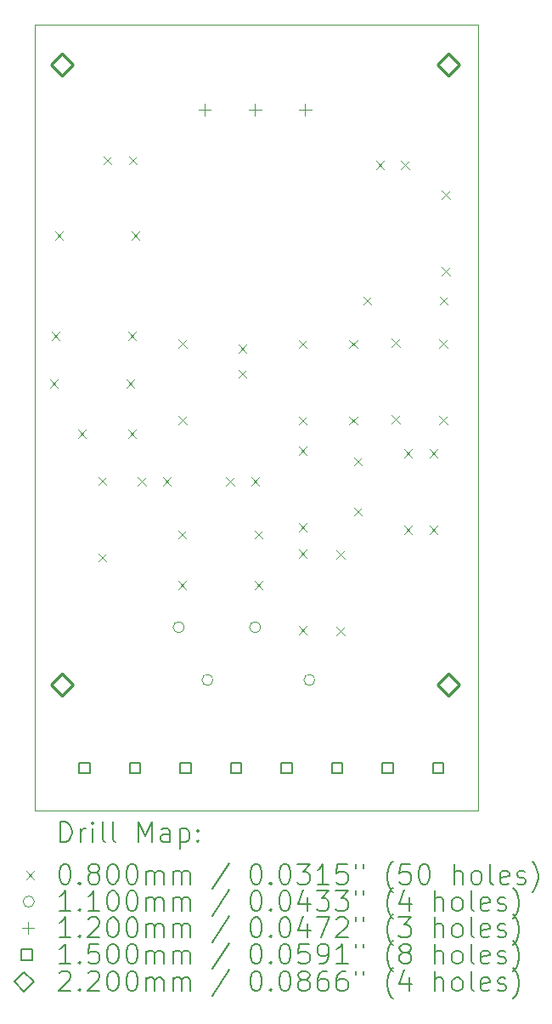
<source format=gbr>
%TF.GenerationSoftware,KiCad,Pcbnew,8.0.7-1.fc41*%
%TF.CreationDate,2025-04-02T21:11:04-07:00*%
%TF.ProjectId,EP-Booster,45502d42-6f6f-4737-9465-722e6b696361,rev?*%
%TF.SameCoordinates,Original*%
%TF.FileFunction,Drillmap*%
%TF.FilePolarity,Positive*%
%FSLAX45Y45*%
G04 Gerber Fmt 4.5, Leading zero omitted, Abs format (unit mm)*
G04 Created by KiCad (PCBNEW 8.0.7-1.fc41) date 2025-04-02 21:11:04*
%MOMM*%
%LPD*%
G01*
G04 APERTURE LIST*
%ADD10C,0.050000*%
%ADD11C,0.200000*%
%ADD12C,0.100000*%
%ADD13C,0.110000*%
%ADD14C,0.120000*%
%ADD15C,0.150000*%
%ADD16C,0.220000*%
G04 APERTURE END LIST*
D10*
X12100000Y-2300000D02*
X16525000Y-2300000D01*
X16525000Y-10125000D01*
X12100000Y-10125000D01*
X12100000Y-2300000D01*
D11*
D12*
X12254000Y-5835000D02*
X12334000Y-5915000D01*
X12334000Y-5835000D02*
X12254000Y-5915000D01*
X12273000Y-5360000D02*
X12353000Y-5440000D01*
X12353000Y-5360000D02*
X12273000Y-5440000D01*
X12304000Y-4360000D02*
X12384000Y-4440000D01*
X12384000Y-4360000D02*
X12304000Y-4440000D01*
X12535000Y-6335000D02*
X12615000Y-6415000D01*
X12615000Y-6335000D02*
X12535000Y-6415000D01*
X12735000Y-6804000D02*
X12815000Y-6884000D01*
X12815000Y-6804000D02*
X12735000Y-6884000D01*
X12735000Y-7566000D02*
X12815000Y-7646000D01*
X12815000Y-7566000D02*
X12735000Y-7646000D01*
X12789489Y-3610000D02*
X12869489Y-3690000D01*
X12869489Y-3610000D02*
X12789489Y-3690000D01*
X13016000Y-5835000D02*
X13096000Y-5915000D01*
X13096000Y-5835000D02*
X13016000Y-5915000D01*
X13035000Y-5360000D02*
X13115000Y-5440000D01*
X13115000Y-5360000D02*
X13035000Y-5440000D01*
X13035000Y-6335000D02*
X13115000Y-6415000D01*
X13115000Y-6335000D02*
X13035000Y-6415000D01*
X13039489Y-3610000D02*
X13119489Y-3690000D01*
X13119489Y-3610000D02*
X13039489Y-3690000D01*
X13066000Y-4360000D02*
X13146000Y-4440000D01*
X13146000Y-4360000D02*
X13066000Y-4440000D01*
X13130511Y-6810000D02*
X13210511Y-6890000D01*
X13210511Y-6810000D02*
X13130511Y-6890000D01*
X13380511Y-6810000D02*
X13460511Y-6890000D01*
X13460511Y-6810000D02*
X13380511Y-6890000D01*
X13532000Y-7339489D02*
X13612000Y-7419489D01*
X13612000Y-7339489D02*
X13532000Y-7419489D01*
X13532000Y-7839489D02*
X13612000Y-7919489D01*
X13612000Y-7839489D02*
X13532000Y-7919489D01*
X13535000Y-5435000D02*
X13615000Y-5515000D01*
X13615000Y-5435000D02*
X13535000Y-5515000D01*
X13535000Y-6197000D02*
X13615000Y-6277000D01*
X13615000Y-6197000D02*
X13535000Y-6277000D01*
X14010000Y-6810000D02*
X14090000Y-6890000D01*
X14090000Y-6810000D02*
X14010000Y-6890000D01*
X14135167Y-5488978D02*
X14215167Y-5568978D01*
X14215167Y-5488978D02*
X14135167Y-5568978D01*
X14135167Y-5738977D02*
X14215167Y-5818977D01*
X14215167Y-5738977D02*
X14135167Y-5818977D01*
X14260000Y-6810000D02*
X14340000Y-6890000D01*
X14340000Y-6810000D02*
X14260000Y-6890000D01*
X14294000Y-7339489D02*
X14374000Y-7419489D01*
X14374000Y-7339489D02*
X14294000Y-7419489D01*
X14294000Y-7839489D02*
X14374000Y-7919489D01*
X14374000Y-7839489D02*
X14294000Y-7919489D01*
X14735000Y-6504000D02*
X14815000Y-6584000D01*
X14815000Y-6504000D02*
X14735000Y-6584000D01*
X14735000Y-7266000D02*
X14815000Y-7346000D01*
X14815000Y-7266000D02*
X14735000Y-7346000D01*
X14735000Y-7529000D02*
X14815000Y-7609000D01*
X14815000Y-7529000D02*
X14735000Y-7609000D01*
X14735000Y-8291000D02*
X14815000Y-8371000D01*
X14815000Y-8291000D02*
X14735000Y-8371000D01*
X14735333Y-5440000D02*
X14815333Y-5520000D01*
X14815333Y-5440000D02*
X14735333Y-5520000D01*
X14735333Y-6202000D02*
X14815333Y-6282000D01*
X14815333Y-6202000D02*
X14735333Y-6282000D01*
X15110000Y-7535000D02*
X15190000Y-7615000D01*
X15190000Y-7535000D02*
X15110000Y-7615000D01*
X15110000Y-8297000D02*
X15190000Y-8377000D01*
X15190000Y-8297000D02*
X15110000Y-8377000D01*
X15240000Y-5440000D02*
X15320000Y-5520000D01*
X15320000Y-5440000D02*
X15240000Y-5520000D01*
X15240000Y-6202000D02*
X15320000Y-6282000D01*
X15320000Y-6202000D02*
X15240000Y-6282000D01*
X15285000Y-6610000D02*
X15365000Y-6690000D01*
X15365000Y-6610000D02*
X15285000Y-6690000D01*
X15285000Y-7110000D02*
X15365000Y-7190000D01*
X15365000Y-7110000D02*
X15285000Y-7190000D01*
X15379000Y-5010000D02*
X15459000Y-5090000D01*
X15459000Y-5010000D02*
X15379000Y-5090000D01*
X15505511Y-3660000D02*
X15585511Y-3740000D01*
X15585511Y-3660000D02*
X15505511Y-3740000D01*
X15660000Y-5429000D02*
X15740000Y-5509000D01*
X15740000Y-5429000D02*
X15660000Y-5509000D01*
X15660000Y-6191000D02*
X15740000Y-6271000D01*
X15740000Y-6191000D02*
X15660000Y-6271000D01*
X15755511Y-3660000D02*
X15835511Y-3740000D01*
X15835511Y-3660000D02*
X15755511Y-3740000D01*
X15785000Y-6528000D02*
X15865000Y-6608000D01*
X15865000Y-6528000D02*
X15785000Y-6608000D01*
X15785000Y-7290000D02*
X15865000Y-7370000D01*
X15865000Y-7290000D02*
X15785000Y-7370000D01*
X16039000Y-6528000D02*
X16119000Y-6608000D01*
X16119000Y-6528000D02*
X16039000Y-6608000D01*
X16039000Y-7290000D02*
X16119000Y-7370000D01*
X16119000Y-7290000D02*
X16039000Y-7370000D01*
X16135000Y-5435000D02*
X16215000Y-5515000D01*
X16215000Y-5435000D02*
X16135000Y-5515000D01*
X16135000Y-6197000D02*
X16215000Y-6277000D01*
X16215000Y-6197000D02*
X16135000Y-6277000D01*
X16141000Y-5010000D02*
X16221000Y-5090000D01*
X16221000Y-5010000D02*
X16141000Y-5090000D01*
X16160000Y-3954000D02*
X16240000Y-4034000D01*
X16240000Y-3954000D02*
X16160000Y-4034000D01*
X16160000Y-4716000D02*
X16240000Y-4796000D01*
X16240000Y-4716000D02*
X16160000Y-4796000D01*
D13*
X13593000Y-8300000D02*
G75*
G02*
X13483000Y-8300000I-55000J0D01*
G01*
X13483000Y-8300000D02*
G75*
G02*
X13593000Y-8300000I55000J0D01*
G01*
X13880000Y-8825000D02*
G75*
G02*
X13770000Y-8825000I-55000J0D01*
G01*
X13770000Y-8825000D02*
G75*
G02*
X13880000Y-8825000I55000J0D01*
G01*
X14355000Y-8300000D02*
G75*
G02*
X14245000Y-8300000I-55000J0D01*
G01*
X14245000Y-8300000D02*
G75*
G02*
X14355000Y-8300000I55000J0D01*
G01*
X14896000Y-8825000D02*
G75*
G02*
X14786000Y-8825000I-55000J0D01*
G01*
X14786000Y-8825000D02*
G75*
G02*
X14896000Y-8825000I55000J0D01*
G01*
D14*
X13800000Y-3090000D02*
X13800000Y-3210000D01*
X13740000Y-3150000D02*
X13860000Y-3150000D01*
X14300000Y-3090000D02*
X14300000Y-3210000D01*
X14240000Y-3150000D02*
X14360000Y-3150000D01*
X14800000Y-3090000D02*
X14800000Y-3210000D01*
X14740000Y-3150000D02*
X14860000Y-3150000D01*
D15*
X12653033Y-9753034D02*
X12653033Y-9646967D01*
X12546966Y-9646967D01*
X12546966Y-9753034D01*
X12653033Y-9753034D01*
X13156605Y-9753034D02*
X13156605Y-9646967D01*
X13050538Y-9646967D01*
X13050538Y-9753034D01*
X13156605Y-9753034D01*
X13660176Y-9753034D02*
X13660176Y-9646967D01*
X13554109Y-9646967D01*
X13554109Y-9753034D01*
X13660176Y-9753034D01*
X14163748Y-9753034D02*
X14163748Y-9646967D01*
X14057681Y-9646967D01*
X14057681Y-9753034D01*
X14163748Y-9753034D01*
X14667319Y-9753034D02*
X14667319Y-9646967D01*
X14561252Y-9646967D01*
X14561252Y-9753034D01*
X14667319Y-9753034D01*
X15170890Y-9753034D02*
X15170890Y-9646967D01*
X15064823Y-9646967D01*
X15064823Y-9753034D01*
X15170890Y-9753034D01*
X15674462Y-9753034D02*
X15674462Y-9646967D01*
X15568395Y-9646967D01*
X15568395Y-9753034D01*
X15674462Y-9753034D01*
X16178033Y-9753034D02*
X16178033Y-9646967D01*
X16071966Y-9646967D01*
X16071966Y-9753034D01*
X16178033Y-9753034D01*
D16*
X12375000Y-2810000D02*
X12485000Y-2700000D01*
X12375000Y-2590000D01*
X12265000Y-2700000D01*
X12375000Y-2810000D01*
X12375000Y-8985000D02*
X12485000Y-8875000D01*
X12375000Y-8765000D01*
X12265000Y-8875000D01*
X12375000Y-8985000D01*
X16225000Y-2810000D02*
X16335000Y-2700000D01*
X16225000Y-2590000D01*
X16115000Y-2700000D01*
X16225000Y-2810000D01*
X16225000Y-8985000D02*
X16335000Y-8875000D01*
X16225000Y-8765000D01*
X16115000Y-8875000D01*
X16225000Y-8985000D01*
D11*
X12358277Y-10438984D02*
X12358277Y-10238984D01*
X12358277Y-10238984D02*
X12405896Y-10238984D01*
X12405896Y-10238984D02*
X12434467Y-10248508D01*
X12434467Y-10248508D02*
X12453515Y-10267555D01*
X12453515Y-10267555D02*
X12463039Y-10286603D01*
X12463039Y-10286603D02*
X12472562Y-10324698D01*
X12472562Y-10324698D02*
X12472562Y-10353270D01*
X12472562Y-10353270D02*
X12463039Y-10391365D01*
X12463039Y-10391365D02*
X12453515Y-10410412D01*
X12453515Y-10410412D02*
X12434467Y-10429460D01*
X12434467Y-10429460D02*
X12405896Y-10438984D01*
X12405896Y-10438984D02*
X12358277Y-10438984D01*
X12558277Y-10438984D02*
X12558277Y-10305650D01*
X12558277Y-10343746D02*
X12567801Y-10324698D01*
X12567801Y-10324698D02*
X12577324Y-10315174D01*
X12577324Y-10315174D02*
X12596372Y-10305650D01*
X12596372Y-10305650D02*
X12615420Y-10305650D01*
X12682086Y-10438984D02*
X12682086Y-10305650D01*
X12682086Y-10238984D02*
X12672562Y-10248508D01*
X12672562Y-10248508D02*
X12682086Y-10258031D01*
X12682086Y-10258031D02*
X12691610Y-10248508D01*
X12691610Y-10248508D02*
X12682086Y-10238984D01*
X12682086Y-10238984D02*
X12682086Y-10258031D01*
X12805896Y-10438984D02*
X12786848Y-10429460D01*
X12786848Y-10429460D02*
X12777324Y-10410412D01*
X12777324Y-10410412D02*
X12777324Y-10238984D01*
X12910658Y-10438984D02*
X12891610Y-10429460D01*
X12891610Y-10429460D02*
X12882086Y-10410412D01*
X12882086Y-10410412D02*
X12882086Y-10238984D01*
X13139229Y-10438984D02*
X13139229Y-10238984D01*
X13139229Y-10238984D02*
X13205896Y-10381841D01*
X13205896Y-10381841D02*
X13272562Y-10238984D01*
X13272562Y-10238984D02*
X13272562Y-10438984D01*
X13453515Y-10438984D02*
X13453515Y-10334222D01*
X13453515Y-10334222D02*
X13443991Y-10315174D01*
X13443991Y-10315174D02*
X13424943Y-10305650D01*
X13424943Y-10305650D02*
X13386848Y-10305650D01*
X13386848Y-10305650D02*
X13367801Y-10315174D01*
X13453515Y-10429460D02*
X13434467Y-10438984D01*
X13434467Y-10438984D02*
X13386848Y-10438984D01*
X13386848Y-10438984D02*
X13367801Y-10429460D01*
X13367801Y-10429460D02*
X13358277Y-10410412D01*
X13358277Y-10410412D02*
X13358277Y-10391365D01*
X13358277Y-10391365D02*
X13367801Y-10372317D01*
X13367801Y-10372317D02*
X13386848Y-10362793D01*
X13386848Y-10362793D02*
X13434467Y-10362793D01*
X13434467Y-10362793D02*
X13453515Y-10353270D01*
X13548753Y-10305650D02*
X13548753Y-10505650D01*
X13548753Y-10315174D02*
X13567801Y-10305650D01*
X13567801Y-10305650D02*
X13605896Y-10305650D01*
X13605896Y-10305650D02*
X13624943Y-10315174D01*
X13624943Y-10315174D02*
X13634467Y-10324698D01*
X13634467Y-10324698D02*
X13643991Y-10343746D01*
X13643991Y-10343746D02*
X13643991Y-10400889D01*
X13643991Y-10400889D02*
X13634467Y-10419936D01*
X13634467Y-10419936D02*
X13624943Y-10429460D01*
X13624943Y-10429460D02*
X13605896Y-10438984D01*
X13605896Y-10438984D02*
X13567801Y-10438984D01*
X13567801Y-10438984D02*
X13548753Y-10429460D01*
X13729705Y-10419936D02*
X13739229Y-10429460D01*
X13739229Y-10429460D02*
X13729705Y-10438984D01*
X13729705Y-10438984D02*
X13720182Y-10429460D01*
X13720182Y-10429460D02*
X13729705Y-10419936D01*
X13729705Y-10419936D02*
X13729705Y-10438984D01*
X13729705Y-10315174D02*
X13739229Y-10324698D01*
X13739229Y-10324698D02*
X13729705Y-10334222D01*
X13729705Y-10334222D02*
X13720182Y-10324698D01*
X13720182Y-10324698D02*
X13729705Y-10315174D01*
X13729705Y-10315174D02*
X13729705Y-10334222D01*
D12*
X12017500Y-10727500D02*
X12097500Y-10807500D01*
X12097500Y-10727500D02*
X12017500Y-10807500D01*
D11*
X12396372Y-10658984D02*
X12415420Y-10658984D01*
X12415420Y-10658984D02*
X12434467Y-10668508D01*
X12434467Y-10668508D02*
X12443991Y-10678031D01*
X12443991Y-10678031D02*
X12453515Y-10697079D01*
X12453515Y-10697079D02*
X12463039Y-10735174D01*
X12463039Y-10735174D02*
X12463039Y-10782793D01*
X12463039Y-10782793D02*
X12453515Y-10820889D01*
X12453515Y-10820889D02*
X12443991Y-10839936D01*
X12443991Y-10839936D02*
X12434467Y-10849460D01*
X12434467Y-10849460D02*
X12415420Y-10858984D01*
X12415420Y-10858984D02*
X12396372Y-10858984D01*
X12396372Y-10858984D02*
X12377324Y-10849460D01*
X12377324Y-10849460D02*
X12367801Y-10839936D01*
X12367801Y-10839936D02*
X12358277Y-10820889D01*
X12358277Y-10820889D02*
X12348753Y-10782793D01*
X12348753Y-10782793D02*
X12348753Y-10735174D01*
X12348753Y-10735174D02*
X12358277Y-10697079D01*
X12358277Y-10697079D02*
X12367801Y-10678031D01*
X12367801Y-10678031D02*
X12377324Y-10668508D01*
X12377324Y-10668508D02*
X12396372Y-10658984D01*
X12548753Y-10839936D02*
X12558277Y-10849460D01*
X12558277Y-10849460D02*
X12548753Y-10858984D01*
X12548753Y-10858984D02*
X12539229Y-10849460D01*
X12539229Y-10849460D02*
X12548753Y-10839936D01*
X12548753Y-10839936D02*
X12548753Y-10858984D01*
X12672562Y-10744698D02*
X12653515Y-10735174D01*
X12653515Y-10735174D02*
X12643991Y-10725650D01*
X12643991Y-10725650D02*
X12634467Y-10706603D01*
X12634467Y-10706603D02*
X12634467Y-10697079D01*
X12634467Y-10697079D02*
X12643991Y-10678031D01*
X12643991Y-10678031D02*
X12653515Y-10668508D01*
X12653515Y-10668508D02*
X12672562Y-10658984D01*
X12672562Y-10658984D02*
X12710658Y-10658984D01*
X12710658Y-10658984D02*
X12729705Y-10668508D01*
X12729705Y-10668508D02*
X12739229Y-10678031D01*
X12739229Y-10678031D02*
X12748753Y-10697079D01*
X12748753Y-10697079D02*
X12748753Y-10706603D01*
X12748753Y-10706603D02*
X12739229Y-10725650D01*
X12739229Y-10725650D02*
X12729705Y-10735174D01*
X12729705Y-10735174D02*
X12710658Y-10744698D01*
X12710658Y-10744698D02*
X12672562Y-10744698D01*
X12672562Y-10744698D02*
X12653515Y-10754222D01*
X12653515Y-10754222D02*
X12643991Y-10763746D01*
X12643991Y-10763746D02*
X12634467Y-10782793D01*
X12634467Y-10782793D02*
X12634467Y-10820889D01*
X12634467Y-10820889D02*
X12643991Y-10839936D01*
X12643991Y-10839936D02*
X12653515Y-10849460D01*
X12653515Y-10849460D02*
X12672562Y-10858984D01*
X12672562Y-10858984D02*
X12710658Y-10858984D01*
X12710658Y-10858984D02*
X12729705Y-10849460D01*
X12729705Y-10849460D02*
X12739229Y-10839936D01*
X12739229Y-10839936D02*
X12748753Y-10820889D01*
X12748753Y-10820889D02*
X12748753Y-10782793D01*
X12748753Y-10782793D02*
X12739229Y-10763746D01*
X12739229Y-10763746D02*
X12729705Y-10754222D01*
X12729705Y-10754222D02*
X12710658Y-10744698D01*
X12872562Y-10658984D02*
X12891610Y-10658984D01*
X12891610Y-10658984D02*
X12910658Y-10668508D01*
X12910658Y-10668508D02*
X12920182Y-10678031D01*
X12920182Y-10678031D02*
X12929705Y-10697079D01*
X12929705Y-10697079D02*
X12939229Y-10735174D01*
X12939229Y-10735174D02*
X12939229Y-10782793D01*
X12939229Y-10782793D02*
X12929705Y-10820889D01*
X12929705Y-10820889D02*
X12920182Y-10839936D01*
X12920182Y-10839936D02*
X12910658Y-10849460D01*
X12910658Y-10849460D02*
X12891610Y-10858984D01*
X12891610Y-10858984D02*
X12872562Y-10858984D01*
X12872562Y-10858984D02*
X12853515Y-10849460D01*
X12853515Y-10849460D02*
X12843991Y-10839936D01*
X12843991Y-10839936D02*
X12834467Y-10820889D01*
X12834467Y-10820889D02*
X12824943Y-10782793D01*
X12824943Y-10782793D02*
X12824943Y-10735174D01*
X12824943Y-10735174D02*
X12834467Y-10697079D01*
X12834467Y-10697079D02*
X12843991Y-10678031D01*
X12843991Y-10678031D02*
X12853515Y-10668508D01*
X12853515Y-10668508D02*
X12872562Y-10658984D01*
X13063039Y-10658984D02*
X13082086Y-10658984D01*
X13082086Y-10658984D02*
X13101134Y-10668508D01*
X13101134Y-10668508D02*
X13110658Y-10678031D01*
X13110658Y-10678031D02*
X13120182Y-10697079D01*
X13120182Y-10697079D02*
X13129705Y-10735174D01*
X13129705Y-10735174D02*
X13129705Y-10782793D01*
X13129705Y-10782793D02*
X13120182Y-10820889D01*
X13120182Y-10820889D02*
X13110658Y-10839936D01*
X13110658Y-10839936D02*
X13101134Y-10849460D01*
X13101134Y-10849460D02*
X13082086Y-10858984D01*
X13082086Y-10858984D02*
X13063039Y-10858984D01*
X13063039Y-10858984D02*
X13043991Y-10849460D01*
X13043991Y-10849460D02*
X13034467Y-10839936D01*
X13034467Y-10839936D02*
X13024943Y-10820889D01*
X13024943Y-10820889D02*
X13015420Y-10782793D01*
X13015420Y-10782793D02*
X13015420Y-10735174D01*
X13015420Y-10735174D02*
X13024943Y-10697079D01*
X13024943Y-10697079D02*
X13034467Y-10678031D01*
X13034467Y-10678031D02*
X13043991Y-10668508D01*
X13043991Y-10668508D02*
X13063039Y-10658984D01*
X13215420Y-10858984D02*
X13215420Y-10725650D01*
X13215420Y-10744698D02*
X13224943Y-10735174D01*
X13224943Y-10735174D02*
X13243991Y-10725650D01*
X13243991Y-10725650D02*
X13272563Y-10725650D01*
X13272563Y-10725650D02*
X13291610Y-10735174D01*
X13291610Y-10735174D02*
X13301134Y-10754222D01*
X13301134Y-10754222D02*
X13301134Y-10858984D01*
X13301134Y-10754222D02*
X13310658Y-10735174D01*
X13310658Y-10735174D02*
X13329705Y-10725650D01*
X13329705Y-10725650D02*
X13358277Y-10725650D01*
X13358277Y-10725650D02*
X13377324Y-10735174D01*
X13377324Y-10735174D02*
X13386848Y-10754222D01*
X13386848Y-10754222D02*
X13386848Y-10858984D01*
X13482086Y-10858984D02*
X13482086Y-10725650D01*
X13482086Y-10744698D02*
X13491610Y-10735174D01*
X13491610Y-10735174D02*
X13510658Y-10725650D01*
X13510658Y-10725650D02*
X13539229Y-10725650D01*
X13539229Y-10725650D02*
X13558277Y-10735174D01*
X13558277Y-10735174D02*
X13567801Y-10754222D01*
X13567801Y-10754222D02*
X13567801Y-10858984D01*
X13567801Y-10754222D02*
X13577324Y-10735174D01*
X13577324Y-10735174D02*
X13596372Y-10725650D01*
X13596372Y-10725650D02*
X13624943Y-10725650D01*
X13624943Y-10725650D02*
X13643991Y-10735174D01*
X13643991Y-10735174D02*
X13653515Y-10754222D01*
X13653515Y-10754222D02*
X13653515Y-10858984D01*
X14043991Y-10649460D02*
X13872563Y-10906603D01*
X14301134Y-10658984D02*
X14320182Y-10658984D01*
X14320182Y-10658984D02*
X14339229Y-10668508D01*
X14339229Y-10668508D02*
X14348753Y-10678031D01*
X14348753Y-10678031D02*
X14358277Y-10697079D01*
X14358277Y-10697079D02*
X14367801Y-10735174D01*
X14367801Y-10735174D02*
X14367801Y-10782793D01*
X14367801Y-10782793D02*
X14358277Y-10820889D01*
X14358277Y-10820889D02*
X14348753Y-10839936D01*
X14348753Y-10839936D02*
X14339229Y-10849460D01*
X14339229Y-10849460D02*
X14320182Y-10858984D01*
X14320182Y-10858984D02*
X14301134Y-10858984D01*
X14301134Y-10858984D02*
X14282086Y-10849460D01*
X14282086Y-10849460D02*
X14272563Y-10839936D01*
X14272563Y-10839936D02*
X14263039Y-10820889D01*
X14263039Y-10820889D02*
X14253515Y-10782793D01*
X14253515Y-10782793D02*
X14253515Y-10735174D01*
X14253515Y-10735174D02*
X14263039Y-10697079D01*
X14263039Y-10697079D02*
X14272563Y-10678031D01*
X14272563Y-10678031D02*
X14282086Y-10668508D01*
X14282086Y-10668508D02*
X14301134Y-10658984D01*
X14453515Y-10839936D02*
X14463039Y-10849460D01*
X14463039Y-10849460D02*
X14453515Y-10858984D01*
X14453515Y-10858984D02*
X14443991Y-10849460D01*
X14443991Y-10849460D02*
X14453515Y-10839936D01*
X14453515Y-10839936D02*
X14453515Y-10858984D01*
X14586848Y-10658984D02*
X14605896Y-10658984D01*
X14605896Y-10658984D02*
X14624944Y-10668508D01*
X14624944Y-10668508D02*
X14634467Y-10678031D01*
X14634467Y-10678031D02*
X14643991Y-10697079D01*
X14643991Y-10697079D02*
X14653515Y-10735174D01*
X14653515Y-10735174D02*
X14653515Y-10782793D01*
X14653515Y-10782793D02*
X14643991Y-10820889D01*
X14643991Y-10820889D02*
X14634467Y-10839936D01*
X14634467Y-10839936D02*
X14624944Y-10849460D01*
X14624944Y-10849460D02*
X14605896Y-10858984D01*
X14605896Y-10858984D02*
X14586848Y-10858984D01*
X14586848Y-10858984D02*
X14567801Y-10849460D01*
X14567801Y-10849460D02*
X14558277Y-10839936D01*
X14558277Y-10839936D02*
X14548753Y-10820889D01*
X14548753Y-10820889D02*
X14539229Y-10782793D01*
X14539229Y-10782793D02*
X14539229Y-10735174D01*
X14539229Y-10735174D02*
X14548753Y-10697079D01*
X14548753Y-10697079D02*
X14558277Y-10678031D01*
X14558277Y-10678031D02*
X14567801Y-10668508D01*
X14567801Y-10668508D02*
X14586848Y-10658984D01*
X14720182Y-10658984D02*
X14843991Y-10658984D01*
X14843991Y-10658984D02*
X14777325Y-10735174D01*
X14777325Y-10735174D02*
X14805896Y-10735174D01*
X14805896Y-10735174D02*
X14824944Y-10744698D01*
X14824944Y-10744698D02*
X14834467Y-10754222D01*
X14834467Y-10754222D02*
X14843991Y-10773270D01*
X14843991Y-10773270D02*
X14843991Y-10820889D01*
X14843991Y-10820889D02*
X14834467Y-10839936D01*
X14834467Y-10839936D02*
X14824944Y-10849460D01*
X14824944Y-10849460D02*
X14805896Y-10858984D01*
X14805896Y-10858984D02*
X14748753Y-10858984D01*
X14748753Y-10858984D02*
X14729706Y-10849460D01*
X14729706Y-10849460D02*
X14720182Y-10839936D01*
X15034467Y-10858984D02*
X14920182Y-10858984D01*
X14977325Y-10858984D02*
X14977325Y-10658984D01*
X14977325Y-10658984D02*
X14958277Y-10687555D01*
X14958277Y-10687555D02*
X14939229Y-10706603D01*
X14939229Y-10706603D02*
X14920182Y-10716127D01*
X15215420Y-10658984D02*
X15120182Y-10658984D01*
X15120182Y-10658984D02*
X15110658Y-10754222D01*
X15110658Y-10754222D02*
X15120182Y-10744698D01*
X15120182Y-10744698D02*
X15139229Y-10735174D01*
X15139229Y-10735174D02*
X15186848Y-10735174D01*
X15186848Y-10735174D02*
X15205896Y-10744698D01*
X15205896Y-10744698D02*
X15215420Y-10754222D01*
X15215420Y-10754222D02*
X15224944Y-10773270D01*
X15224944Y-10773270D02*
X15224944Y-10820889D01*
X15224944Y-10820889D02*
X15215420Y-10839936D01*
X15215420Y-10839936D02*
X15205896Y-10849460D01*
X15205896Y-10849460D02*
X15186848Y-10858984D01*
X15186848Y-10858984D02*
X15139229Y-10858984D01*
X15139229Y-10858984D02*
X15120182Y-10849460D01*
X15120182Y-10849460D02*
X15110658Y-10839936D01*
X15301134Y-10658984D02*
X15301134Y-10697079D01*
X15377325Y-10658984D02*
X15377325Y-10697079D01*
X15672563Y-10935174D02*
X15663039Y-10925650D01*
X15663039Y-10925650D02*
X15643991Y-10897079D01*
X15643991Y-10897079D02*
X15634468Y-10878031D01*
X15634468Y-10878031D02*
X15624944Y-10849460D01*
X15624944Y-10849460D02*
X15615420Y-10801841D01*
X15615420Y-10801841D02*
X15615420Y-10763746D01*
X15615420Y-10763746D02*
X15624944Y-10716127D01*
X15624944Y-10716127D02*
X15634468Y-10687555D01*
X15634468Y-10687555D02*
X15643991Y-10668508D01*
X15643991Y-10668508D02*
X15663039Y-10639936D01*
X15663039Y-10639936D02*
X15672563Y-10630412D01*
X15843991Y-10658984D02*
X15748753Y-10658984D01*
X15748753Y-10658984D02*
X15739229Y-10754222D01*
X15739229Y-10754222D02*
X15748753Y-10744698D01*
X15748753Y-10744698D02*
X15767801Y-10735174D01*
X15767801Y-10735174D02*
X15815420Y-10735174D01*
X15815420Y-10735174D02*
X15834468Y-10744698D01*
X15834468Y-10744698D02*
X15843991Y-10754222D01*
X15843991Y-10754222D02*
X15853515Y-10773270D01*
X15853515Y-10773270D02*
X15853515Y-10820889D01*
X15853515Y-10820889D02*
X15843991Y-10839936D01*
X15843991Y-10839936D02*
X15834468Y-10849460D01*
X15834468Y-10849460D02*
X15815420Y-10858984D01*
X15815420Y-10858984D02*
X15767801Y-10858984D01*
X15767801Y-10858984D02*
X15748753Y-10849460D01*
X15748753Y-10849460D02*
X15739229Y-10839936D01*
X15977325Y-10658984D02*
X15996372Y-10658984D01*
X15996372Y-10658984D02*
X16015420Y-10668508D01*
X16015420Y-10668508D02*
X16024944Y-10678031D01*
X16024944Y-10678031D02*
X16034468Y-10697079D01*
X16034468Y-10697079D02*
X16043991Y-10735174D01*
X16043991Y-10735174D02*
X16043991Y-10782793D01*
X16043991Y-10782793D02*
X16034468Y-10820889D01*
X16034468Y-10820889D02*
X16024944Y-10839936D01*
X16024944Y-10839936D02*
X16015420Y-10849460D01*
X16015420Y-10849460D02*
X15996372Y-10858984D01*
X15996372Y-10858984D02*
X15977325Y-10858984D01*
X15977325Y-10858984D02*
X15958277Y-10849460D01*
X15958277Y-10849460D02*
X15948753Y-10839936D01*
X15948753Y-10839936D02*
X15939229Y-10820889D01*
X15939229Y-10820889D02*
X15929706Y-10782793D01*
X15929706Y-10782793D02*
X15929706Y-10735174D01*
X15929706Y-10735174D02*
X15939229Y-10697079D01*
X15939229Y-10697079D02*
X15948753Y-10678031D01*
X15948753Y-10678031D02*
X15958277Y-10668508D01*
X15958277Y-10668508D02*
X15977325Y-10658984D01*
X16282087Y-10858984D02*
X16282087Y-10658984D01*
X16367801Y-10858984D02*
X16367801Y-10754222D01*
X16367801Y-10754222D02*
X16358277Y-10735174D01*
X16358277Y-10735174D02*
X16339230Y-10725650D01*
X16339230Y-10725650D02*
X16310658Y-10725650D01*
X16310658Y-10725650D02*
X16291610Y-10735174D01*
X16291610Y-10735174D02*
X16282087Y-10744698D01*
X16491610Y-10858984D02*
X16472563Y-10849460D01*
X16472563Y-10849460D02*
X16463039Y-10839936D01*
X16463039Y-10839936D02*
X16453515Y-10820889D01*
X16453515Y-10820889D02*
X16453515Y-10763746D01*
X16453515Y-10763746D02*
X16463039Y-10744698D01*
X16463039Y-10744698D02*
X16472563Y-10735174D01*
X16472563Y-10735174D02*
X16491610Y-10725650D01*
X16491610Y-10725650D02*
X16520182Y-10725650D01*
X16520182Y-10725650D02*
X16539230Y-10735174D01*
X16539230Y-10735174D02*
X16548753Y-10744698D01*
X16548753Y-10744698D02*
X16558277Y-10763746D01*
X16558277Y-10763746D02*
X16558277Y-10820889D01*
X16558277Y-10820889D02*
X16548753Y-10839936D01*
X16548753Y-10839936D02*
X16539230Y-10849460D01*
X16539230Y-10849460D02*
X16520182Y-10858984D01*
X16520182Y-10858984D02*
X16491610Y-10858984D01*
X16672563Y-10858984D02*
X16653515Y-10849460D01*
X16653515Y-10849460D02*
X16643991Y-10830412D01*
X16643991Y-10830412D02*
X16643991Y-10658984D01*
X16824944Y-10849460D02*
X16805896Y-10858984D01*
X16805896Y-10858984D02*
X16767801Y-10858984D01*
X16767801Y-10858984D02*
X16748753Y-10849460D01*
X16748753Y-10849460D02*
X16739230Y-10830412D01*
X16739230Y-10830412D02*
X16739230Y-10754222D01*
X16739230Y-10754222D02*
X16748753Y-10735174D01*
X16748753Y-10735174D02*
X16767801Y-10725650D01*
X16767801Y-10725650D02*
X16805896Y-10725650D01*
X16805896Y-10725650D02*
X16824944Y-10735174D01*
X16824944Y-10735174D02*
X16834468Y-10754222D01*
X16834468Y-10754222D02*
X16834468Y-10773270D01*
X16834468Y-10773270D02*
X16739230Y-10792317D01*
X16910658Y-10849460D02*
X16929706Y-10858984D01*
X16929706Y-10858984D02*
X16967801Y-10858984D01*
X16967801Y-10858984D02*
X16986849Y-10849460D01*
X16986849Y-10849460D02*
X16996373Y-10830412D01*
X16996373Y-10830412D02*
X16996373Y-10820889D01*
X16996373Y-10820889D02*
X16986849Y-10801841D01*
X16986849Y-10801841D02*
X16967801Y-10792317D01*
X16967801Y-10792317D02*
X16939230Y-10792317D01*
X16939230Y-10792317D02*
X16920182Y-10782793D01*
X16920182Y-10782793D02*
X16910658Y-10763746D01*
X16910658Y-10763746D02*
X16910658Y-10754222D01*
X16910658Y-10754222D02*
X16920182Y-10735174D01*
X16920182Y-10735174D02*
X16939230Y-10725650D01*
X16939230Y-10725650D02*
X16967801Y-10725650D01*
X16967801Y-10725650D02*
X16986849Y-10735174D01*
X17063039Y-10935174D02*
X17072563Y-10925650D01*
X17072563Y-10925650D02*
X17091611Y-10897079D01*
X17091611Y-10897079D02*
X17101134Y-10878031D01*
X17101134Y-10878031D02*
X17110658Y-10849460D01*
X17110658Y-10849460D02*
X17120182Y-10801841D01*
X17120182Y-10801841D02*
X17120182Y-10763746D01*
X17120182Y-10763746D02*
X17110658Y-10716127D01*
X17110658Y-10716127D02*
X17101134Y-10687555D01*
X17101134Y-10687555D02*
X17091611Y-10668508D01*
X17091611Y-10668508D02*
X17072563Y-10639936D01*
X17072563Y-10639936D02*
X17063039Y-10630412D01*
D13*
X12097500Y-11031500D02*
G75*
G02*
X11987500Y-11031500I-55000J0D01*
G01*
X11987500Y-11031500D02*
G75*
G02*
X12097500Y-11031500I55000J0D01*
G01*
D11*
X12463039Y-11122984D02*
X12348753Y-11122984D01*
X12405896Y-11122984D02*
X12405896Y-10922984D01*
X12405896Y-10922984D02*
X12386848Y-10951555D01*
X12386848Y-10951555D02*
X12367801Y-10970603D01*
X12367801Y-10970603D02*
X12348753Y-10980127D01*
X12548753Y-11103936D02*
X12558277Y-11113460D01*
X12558277Y-11113460D02*
X12548753Y-11122984D01*
X12548753Y-11122984D02*
X12539229Y-11113460D01*
X12539229Y-11113460D02*
X12548753Y-11103936D01*
X12548753Y-11103936D02*
X12548753Y-11122984D01*
X12748753Y-11122984D02*
X12634467Y-11122984D01*
X12691610Y-11122984D02*
X12691610Y-10922984D01*
X12691610Y-10922984D02*
X12672562Y-10951555D01*
X12672562Y-10951555D02*
X12653515Y-10970603D01*
X12653515Y-10970603D02*
X12634467Y-10980127D01*
X12872562Y-10922984D02*
X12891610Y-10922984D01*
X12891610Y-10922984D02*
X12910658Y-10932508D01*
X12910658Y-10932508D02*
X12920182Y-10942031D01*
X12920182Y-10942031D02*
X12929705Y-10961079D01*
X12929705Y-10961079D02*
X12939229Y-10999174D01*
X12939229Y-10999174D02*
X12939229Y-11046793D01*
X12939229Y-11046793D02*
X12929705Y-11084889D01*
X12929705Y-11084889D02*
X12920182Y-11103936D01*
X12920182Y-11103936D02*
X12910658Y-11113460D01*
X12910658Y-11113460D02*
X12891610Y-11122984D01*
X12891610Y-11122984D02*
X12872562Y-11122984D01*
X12872562Y-11122984D02*
X12853515Y-11113460D01*
X12853515Y-11113460D02*
X12843991Y-11103936D01*
X12843991Y-11103936D02*
X12834467Y-11084889D01*
X12834467Y-11084889D02*
X12824943Y-11046793D01*
X12824943Y-11046793D02*
X12824943Y-10999174D01*
X12824943Y-10999174D02*
X12834467Y-10961079D01*
X12834467Y-10961079D02*
X12843991Y-10942031D01*
X12843991Y-10942031D02*
X12853515Y-10932508D01*
X12853515Y-10932508D02*
X12872562Y-10922984D01*
X13063039Y-10922984D02*
X13082086Y-10922984D01*
X13082086Y-10922984D02*
X13101134Y-10932508D01*
X13101134Y-10932508D02*
X13110658Y-10942031D01*
X13110658Y-10942031D02*
X13120182Y-10961079D01*
X13120182Y-10961079D02*
X13129705Y-10999174D01*
X13129705Y-10999174D02*
X13129705Y-11046793D01*
X13129705Y-11046793D02*
X13120182Y-11084889D01*
X13120182Y-11084889D02*
X13110658Y-11103936D01*
X13110658Y-11103936D02*
X13101134Y-11113460D01*
X13101134Y-11113460D02*
X13082086Y-11122984D01*
X13082086Y-11122984D02*
X13063039Y-11122984D01*
X13063039Y-11122984D02*
X13043991Y-11113460D01*
X13043991Y-11113460D02*
X13034467Y-11103936D01*
X13034467Y-11103936D02*
X13024943Y-11084889D01*
X13024943Y-11084889D02*
X13015420Y-11046793D01*
X13015420Y-11046793D02*
X13015420Y-10999174D01*
X13015420Y-10999174D02*
X13024943Y-10961079D01*
X13024943Y-10961079D02*
X13034467Y-10942031D01*
X13034467Y-10942031D02*
X13043991Y-10932508D01*
X13043991Y-10932508D02*
X13063039Y-10922984D01*
X13215420Y-11122984D02*
X13215420Y-10989650D01*
X13215420Y-11008698D02*
X13224943Y-10999174D01*
X13224943Y-10999174D02*
X13243991Y-10989650D01*
X13243991Y-10989650D02*
X13272563Y-10989650D01*
X13272563Y-10989650D02*
X13291610Y-10999174D01*
X13291610Y-10999174D02*
X13301134Y-11018222D01*
X13301134Y-11018222D02*
X13301134Y-11122984D01*
X13301134Y-11018222D02*
X13310658Y-10999174D01*
X13310658Y-10999174D02*
X13329705Y-10989650D01*
X13329705Y-10989650D02*
X13358277Y-10989650D01*
X13358277Y-10989650D02*
X13377324Y-10999174D01*
X13377324Y-10999174D02*
X13386848Y-11018222D01*
X13386848Y-11018222D02*
X13386848Y-11122984D01*
X13482086Y-11122984D02*
X13482086Y-10989650D01*
X13482086Y-11008698D02*
X13491610Y-10999174D01*
X13491610Y-10999174D02*
X13510658Y-10989650D01*
X13510658Y-10989650D02*
X13539229Y-10989650D01*
X13539229Y-10989650D02*
X13558277Y-10999174D01*
X13558277Y-10999174D02*
X13567801Y-11018222D01*
X13567801Y-11018222D02*
X13567801Y-11122984D01*
X13567801Y-11018222D02*
X13577324Y-10999174D01*
X13577324Y-10999174D02*
X13596372Y-10989650D01*
X13596372Y-10989650D02*
X13624943Y-10989650D01*
X13624943Y-10989650D02*
X13643991Y-10999174D01*
X13643991Y-10999174D02*
X13653515Y-11018222D01*
X13653515Y-11018222D02*
X13653515Y-11122984D01*
X14043991Y-10913460D02*
X13872563Y-11170603D01*
X14301134Y-10922984D02*
X14320182Y-10922984D01*
X14320182Y-10922984D02*
X14339229Y-10932508D01*
X14339229Y-10932508D02*
X14348753Y-10942031D01*
X14348753Y-10942031D02*
X14358277Y-10961079D01*
X14358277Y-10961079D02*
X14367801Y-10999174D01*
X14367801Y-10999174D02*
X14367801Y-11046793D01*
X14367801Y-11046793D02*
X14358277Y-11084889D01*
X14358277Y-11084889D02*
X14348753Y-11103936D01*
X14348753Y-11103936D02*
X14339229Y-11113460D01*
X14339229Y-11113460D02*
X14320182Y-11122984D01*
X14320182Y-11122984D02*
X14301134Y-11122984D01*
X14301134Y-11122984D02*
X14282086Y-11113460D01*
X14282086Y-11113460D02*
X14272563Y-11103936D01*
X14272563Y-11103936D02*
X14263039Y-11084889D01*
X14263039Y-11084889D02*
X14253515Y-11046793D01*
X14253515Y-11046793D02*
X14253515Y-10999174D01*
X14253515Y-10999174D02*
X14263039Y-10961079D01*
X14263039Y-10961079D02*
X14272563Y-10942031D01*
X14272563Y-10942031D02*
X14282086Y-10932508D01*
X14282086Y-10932508D02*
X14301134Y-10922984D01*
X14453515Y-11103936D02*
X14463039Y-11113460D01*
X14463039Y-11113460D02*
X14453515Y-11122984D01*
X14453515Y-11122984D02*
X14443991Y-11113460D01*
X14443991Y-11113460D02*
X14453515Y-11103936D01*
X14453515Y-11103936D02*
X14453515Y-11122984D01*
X14586848Y-10922984D02*
X14605896Y-10922984D01*
X14605896Y-10922984D02*
X14624944Y-10932508D01*
X14624944Y-10932508D02*
X14634467Y-10942031D01*
X14634467Y-10942031D02*
X14643991Y-10961079D01*
X14643991Y-10961079D02*
X14653515Y-10999174D01*
X14653515Y-10999174D02*
X14653515Y-11046793D01*
X14653515Y-11046793D02*
X14643991Y-11084889D01*
X14643991Y-11084889D02*
X14634467Y-11103936D01*
X14634467Y-11103936D02*
X14624944Y-11113460D01*
X14624944Y-11113460D02*
X14605896Y-11122984D01*
X14605896Y-11122984D02*
X14586848Y-11122984D01*
X14586848Y-11122984D02*
X14567801Y-11113460D01*
X14567801Y-11113460D02*
X14558277Y-11103936D01*
X14558277Y-11103936D02*
X14548753Y-11084889D01*
X14548753Y-11084889D02*
X14539229Y-11046793D01*
X14539229Y-11046793D02*
X14539229Y-10999174D01*
X14539229Y-10999174D02*
X14548753Y-10961079D01*
X14548753Y-10961079D02*
X14558277Y-10942031D01*
X14558277Y-10942031D02*
X14567801Y-10932508D01*
X14567801Y-10932508D02*
X14586848Y-10922984D01*
X14824944Y-10989650D02*
X14824944Y-11122984D01*
X14777325Y-10913460D02*
X14729706Y-11056317D01*
X14729706Y-11056317D02*
X14853515Y-11056317D01*
X14910658Y-10922984D02*
X15034467Y-10922984D01*
X15034467Y-10922984D02*
X14967801Y-10999174D01*
X14967801Y-10999174D02*
X14996372Y-10999174D01*
X14996372Y-10999174D02*
X15015420Y-11008698D01*
X15015420Y-11008698D02*
X15024944Y-11018222D01*
X15024944Y-11018222D02*
X15034467Y-11037270D01*
X15034467Y-11037270D02*
X15034467Y-11084889D01*
X15034467Y-11084889D02*
X15024944Y-11103936D01*
X15024944Y-11103936D02*
X15015420Y-11113460D01*
X15015420Y-11113460D02*
X14996372Y-11122984D01*
X14996372Y-11122984D02*
X14939229Y-11122984D01*
X14939229Y-11122984D02*
X14920182Y-11113460D01*
X14920182Y-11113460D02*
X14910658Y-11103936D01*
X15101134Y-10922984D02*
X15224944Y-10922984D01*
X15224944Y-10922984D02*
X15158277Y-10999174D01*
X15158277Y-10999174D02*
X15186848Y-10999174D01*
X15186848Y-10999174D02*
X15205896Y-11008698D01*
X15205896Y-11008698D02*
X15215420Y-11018222D01*
X15215420Y-11018222D02*
X15224944Y-11037270D01*
X15224944Y-11037270D02*
X15224944Y-11084889D01*
X15224944Y-11084889D02*
X15215420Y-11103936D01*
X15215420Y-11103936D02*
X15205896Y-11113460D01*
X15205896Y-11113460D02*
X15186848Y-11122984D01*
X15186848Y-11122984D02*
X15129706Y-11122984D01*
X15129706Y-11122984D02*
X15110658Y-11113460D01*
X15110658Y-11113460D02*
X15101134Y-11103936D01*
X15301134Y-10922984D02*
X15301134Y-10961079D01*
X15377325Y-10922984D02*
X15377325Y-10961079D01*
X15672563Y-11199174D02*
X15663039Y-11189650D01*
X15663039Y-11189650D02*
X15643991Y-11161079D01*
X15643991Y-11161079D02*
X15634468Y-11142031D01*
X15634468Y-11142031D02*
X15624944Y-11113460D01*
X15624944Y-11113460D02*
X15615420Y-11065841D01*
X15615420Y-11065841D02*
X15615420Y-11027746D01*
X15615420Y-11027746D02*
X15624944Y-10980127D01*
X15624944Y-10980127D02*
X15634468Y-10951555D01*
X15634468Y-10951555D02*
X15643991Y-10932508D01*
X15643991Y-10932508D02*
X15663039Y-10903936D01*
X15663039Y-10903936D02*
X15672563Y-10894412D01*
X15834468Y-10989650D02*
X15834468Y-11122984D01*
X15786848Y-10913460D02*
X15739229Y-11056317D01*
X15739229Y-11056317D02*
X15863039Y-11056317D01*
X16091610Y-11122984D02*
X16091610Y-10922984D01*
X16177325Y-11122984D02*
X16177325Y-11018222D01*
X16177325Y-11018222D02*
X16167801Y-10999174D01*
X16167801Y-10999174D02*
X16148753Y-10989650D01*
X16148753Y-10989650D02*
X16120182Y-10989650D01*
X16120182Y-10989650D02*
X16101134Y-10999174D01*
X16101134Y-10999174D02*
X16091610Y-11008698D01*
X16301134Y-11122984D02*
X16282087Y-11113460D01*
X16282087Y-11113460D02*
X16272563Y-11103936D01*
X16272563Y-11103936D02*
X16263039Y-11084889D01*
X16263039Y-11084889D02*
X16263039Y-11027746D01*
X16263039Y-11027746D02*
X16272563Y-11008698D01*
X16272563Y-11008698D02*
X16282087Y-10999174D01*
X16282087Y-10999174D02*
X16301134Y-10989650D01*
X16301134Y-10989650D02*
X16329706Y-10989650D01*
X16329706Y-10989650D02*
X16348753Y-10999174D01*
X16348753Y-10999174D02*
X16358277Y-11008698D01*
X16358277Y-11008698D02*
X16367801Y-11027746D01*
X16367801Y-11027746D02*
X16367801Y-11084889D01*
X16367801Y-11084889D02*
X16358277Y-11103936D01*
X16358277Y-11103936D02*
X16348753Y-11113460D01*
X16348753Y-11113460D02*
X16329706Y-11122984D01*
X16329706Y-11122984D02*
X16301134Y-11122984D01*
X16482087Y-11122984D02*
X16463039Y-11113460D01*
X16463039Y-11113460D02*
X16453515Y-11094412D01*
X16453515Y-11094412D02*
X16453515Y-10922984D01*
X16634468Y-11113460D02*
X16615420Y-11122984D01*
X16615420Y-11122984D02*
X16577325Y-11122984D01*
X16577325Y-11122984D02*
X16558277Y-11113460D01*
X16558277Y-11113460D02*
X16548753Y-11094412D01*
X16548753Y-11094412D02*
X16548753Y-11018222D01*
X16548753Y-11018222D02*
X16558277Y-10999174D01*
X16558277Y-10999174D02*
X16577325Y-10989650D01*
X16577325Y-10989650D02*
X16615420Y-10989650D01*
X16615420Y-10989650D02*
X16634468Y-10999174D01*
X16634468Y-10999174D02*
X16643991Y-11018222D01*
X16643991Y-11018222D02*
X16643991Y-11037270D01*
X16643991Y-11037270D02*
X16548753Y-11056317D01*
X16720182Y-11113460D02*
X16739230Y-11122984D01*
X16739230Y-11122984D02*
X16777325Y-11122984D01*
X16777325Y-11122984D02*
X16796373Y-11113460D01*
X16796373Y-11113460D02*
X16805896Y-11094412D01*
X16805896Y-11094412D02*
X16805896Y-11084889D01*
X16805896Y-11084889D02*
X16796373Y-11065841D01*
X16796373Y-11065841D02*
X16777325Y-11056317D01*
X16777325Y-11056317D02*
X16748753Y-11056317D01*
X16748753Y-11056317D02*
X16729706Y-11046793D01*
X16729706Y-11046793D02*
X16720182Y-11027746D01*
X16720182Y-11027746D02*
X16720182Y-11018222D01*
X16720182Y-11018222D02*
X16729706Y-10999174D01*
X16729706Y-10999174D02*
X16748753Y-10989650D01*
X16748753Y-10989650D02*
X16777325Y-10989650D01*
X16777325Y-10989650D02*
X16796373Y-10999174D01*
X16872563Y-11199174D02*
X16882087Y-11189650D01*
X16882087Y-11189650D02*
X16901134Y-11161079D01*
X16901134Y-11161079D02*
X16910658Y-11142031D01*
X16910658Y-11142031D02*
X16920182Y-11113460D01*
X16920182Y-11113460D02*
X16929706Y-11065841D01*
X16929706Y-11065841D02*
X16929706Y-11027746D01*
X16929706Y-11027746D02*
X16920182Y-10980127D01*
X16920182Y-10980127D02*
X16910658Y-10951555D01*
X16910658Y-10951555D02*
X16901134Y-10932508D01*
X16901134Y-10932508D02*
X16882087Y-10903936D01*
X16882087Y-10903936D02*
X16872563Y-10894412D01*
D14*
X12037500Y-11235500D02*
X12037500Y-11355500D01*
X11977500Y-11295500D02*
X12097500Y-11295500D01*
D11*
X12463039Y-11386984D02*
X12348753Y-11386984D01*
X12405896Y-11386984D02*
X12405896Y-11186984D01*
X12405896Y-11186984D02*
X12386848Y-11215555D01*
X12386848Y-11215555D02*
X12367801Y-11234603D01*
X12367801Y-11234603D02*
X12348753Y-11244127D01*
X12548753Y-11367936D02*
X12558277Y-11377460D01*
X12558277Y-11377460D02*
X12548753Y-11386984D01*
X12548753Y-11386984D02*
X12539229Y-11377460D01*
X12539229Y-11377460D02*
X12548753Y-11367936D01*
X12548753Y-11367936D02*
X12548753Y-11386984D01*
X12634467Y-11206031D02*
X12643991Y-11196508D01*
X12643991Y-11196508D02*
X12663039Y-11186984D01*
X12663039Y-11186984D02*
X12710658Y-11186984D01*
X12710658Y-11186984D02*
X12729705Y-11196508D01*
X12729705Y-11196508D02*
X12739229Y-11206031D01*
X12739229Y-11206031D02*
X12748753Y-11225079D01*
X12748753Y-11225079D02*
X12748753Y-11244127D01*
X12748753Y-11244127D02*
X12739229Y-11272698D01*
X12739229Y-11272698D02*
X12624943Y-11386984D01*
X12624943Y-11386984D02*
X12748753Y-11386984D01*
X12872562Y-11186984D02*
X12891610Y-11186984D01*
X12891610Y-11186984D02*
X12910658Y-11196508D01*
X12910658Y-11196508D02*
X12920182Y-11206031D01*
X12920182Y-11206031D02*
X12929705Y-11225079D01*
X12929705Y-11225079D02*
X12939229Y-11263174D01*
X12939229Y-11263174D02*
X12939229Y-11310793D01*
X12939229Y-11310793D02*
X12929705Y-11348888D01*
X12929705Y-11348888D02*
X12920182Y-11367936D01*
X12920182Y-11367936D02*
X12910658Y-11377460D01*
X12910658Y-11377460D02*
X12891610Y-11386984D01*
X12891610Y-11386984D02*
X12872562Y-11386984D01*
X12872562Y-11386984D02*
X12853515Y-11377460D01*
X12853515Y-11377460D02*
X12843991Y-11367936D01*
X12843991Y-11367936D02*
X12834467Y-11348888D01*
X12834467Y-11348888D02*
X12824943Y-11310793D01*
X12824943Y-11310793D02*
X12824943Y-11263174D01*
X12824943Y-11263174D02*
X12834467Y-11225079D01*
X12834467Y-11225079D02*
X12843991Y-11206031D01*
X12843991Y-11206031D02*
X12853515Y-11196508D01*
X12853515Y-11196508D02*
X12872562Y-11186984D01*
X13063039Y-11186984D02*
X13082086Y-11186984D01*
X13082086Y-11186984D02*
X13101134Y-11196508D01*
X13101134Y-11196508D02*
X13110658Y-11206031D01*
X13110658Y-11206031D02*
X13120182Y-11225079D01*
X13120182Y-11225079D02*
X13129705Y-11263174D01*
X13129705Y-11263174D02*
X13129705Y-11310793D01*
X13129705Y-11310793D02*
X13120182Y-11348888D01*
X13120182Y-11348888D02*
X13110658Y-11367936D01*
X13110658Y-11367936D02*
X13101134Y-11377460D01*
X13101134Y-11377460D02*
X13082086Y-11386984D01*
X13082086Y-11386984D02*
X13063039Y-11386984D01*
X13063039Y-11386984D02*
X13043991Y-11377460D01*
X13043991Y-11377460D02*
X13034467Y-11367936D01*
X13034467Y-11367936D02*
X13024943Y-11348888D01*
X13024943Y-11348888D02*
X13015420Y-11310793D01*
X13015420Y-11310793D02*
X13015420Y-11263174D01*
X13015420Y-11263174D02*
X13024943Y-11225079D01*
X13024943Y-11225079D02*
X13034467Y-11206031D01*
X13034467Y-11206031D02*
X13043991Y-11196508D01*
X13043991Y-11196508D02*
X13063039Y-11186984D01*
X13215420Y-11386984D02*
X13215420Y-11253650D01*
X13215420Y-11272698D02*
X13224943Y-11263174D01*
X13224943Y-11263174D02*
X13243991Y-11253650D01*
X13243991Y-11253650D02*
X13272563Y-11253650D01*
X13272563Y-11253650D02*
X13291610Y-11263174D01*
X13291610Y-11263174D02*
X13301134Y-11282222D01*
X13301134Y-11282222D02*
X13301134Y-11386984D01*
X13301134Y-11282222D02*
X13310658Y-11263174D01*
X13310658Y-11263174D02*
X13329705Y-11253650D01*
X13329705Y-11253650D02*
X13358277Y-11253650D01*
X13358277Y-11253650D02*
X13377324Y-11263174D01*
X13377324Y-11263174D02*
X13386848Y-11282222D01*
X13386848Y-11282222D02*
X13386848Y-11386984D01*
X13482086Y-11386984D02*
X13482086Y-11253650D01*
X13482086Y-11272698D02*
X13491610Y-11263174D01*
X13491610Y-11263174D02*
X13510658Y-11253650D01*
X13510658Y-11253650D02*
X13539229Y-11253650D01*
X13539229Y-11253650D02*
X13558277Y-11263174D01*
X13558277Y-11263174D02*
X13567801Y-11282222D01*
X13567801Y-11282222D02*
X13567801Y-11386984D01*
X13567801Y-11282222D02*
X13577324Y-11263174D01*
X13577324Y-11263174D02*
X13596372Y-11253650D01*
X13596372Y-11253650D02*
X13624943Y-11253650D01*
X13624943Y-11253650D02*
X13643991Y-11263174D01*
X13643991Y-11263174D02*
X13653515Y-11282222D01*
X13653515Y-11282222D02*
X13653515Y-11386984D01*
X14043991Y-11177460D02*
X13872563Y-11434603D01*
X14301134Y-11186984D02*
X14320182Y-11186984D01*
X14320182Y-11186984D02*
X14339229Y-11196508D01*
X14339229Y-11196508D02*
X14348753Y-11206031D01*
X14348753Y-11206031D02*
X14358277Y-11225079D01*
X14358277Y-11225079D02*
X14367801Y-11263174D01*
X14367801Y-11263174D02*
X14367801Y-11310793D01*
X14367801Y-11310793D02*
X14358277Y-11348888D01*
X14358277Y-11348888D02*
X14348753Y-11367936D01*
X14348753Y-11367936D02*
X14339229Y-11377460D01*
X14339229Y-11377460D02*
X14320182Y-11386984D01*
X14320182Y-11386984D02*
X14301134Y-11386984D01*
X14301134Y-11386984D02*
X14282086Y-11377460D01*
X14282086Y-11377460D02*
X14272563Y-11367936D01*
X14272563Y-11367936D02*
X14263039Y-11348888D01*
X14263039Y-11348888D02*
X14253515Y-11310793D01*
X14253515Y-11310793D02*
X14253515Y-11263174D01*
X14253515Y-11263174D02*
X14263039Y-11225079D01*
X14263039Y-11225079D02*
X14272563Y-11206031D01*
X14272563Y-11206031D02*
X14282086Y-11196508D01*
X14282086Y-11196508D02*
X14301134Y-11186984D01*
X14453515Y-11367936D02*
X14463039Y-11377460D01*
X14463039Y-11377460D02*
X14453515Y-11386984D01*
X14453515Y-11386984D02*
X14443991Y-11377460D01*
X14443991Y-11377460D02*
X14453515Y-11367936D01*
X14453515Y-11367936D02*
X14453515Y-11386984D01*
X14586848Y-11186984D02*
X14605896Y-11186984D01*
X14605896Y-11186984D02*
X14624944Y-11196508D01*
X14624944Y-11196508D02*
X14634467Y-11206031D01*
X14634467Y-11206031D02*
X14643991Y-11225079D01*
X14643991Y-11225079D02*
X14653515Y-11263174D01*
X14653515Y-11263174D02*
X14653515Y-11310793D01*
X14653515Y-11310793D02*
X14643991Y-11348888D01*
X14643991Y-11348888D02*
X14634467Y-11367936D01*
X14634467Y-11367936D02*
X14624944Y-11377460D01*
X14624944Y-11377460D02*
X14605896Y-11386984D01*
X14605896Y-11386984D02*
X14586848Y-11386984D01*
X14586848Y-11386984D02*
X14567801Y-11377460D01*
X14567801Y-11377460D02*
X14558277Y-11367936D01*
X14558277Y-11367936D02*
X14548753Y-11348888D01*
X14548753Y-11348888D02*
X14539229Y-11310793D01*
X14539229Y-11310793D02*
X14539229Y-11263174D01*
X14539229Y-11263174D02*
X14548753Y-11225079D01*
X14548753Y-11225079D02*
X14558277Y-11206031D01*
X14558277Y-11206031D02*
X14567801Y-11196508D01*
X14567801Y-11196508D02*
X14586848Y-11186984D01*
X14824944Y-11253650D02*
X14824944Y-11386984D01*
X14777325Y-11177460D02*
X14729706Y-11320317D01*
X14729706Y-11320317D02*
X14853515Y-11320317D01*
X14910658Y-11186984D02*
X15043991Y-11186984D01*
X15043991Y-11186984D02*
X14958277Y-11386984D01*
X15110658Y-11206031D02*
X15120182Y-11196508D01*
X15120182Y-11196508D02*
X15139229Y-11186984D01*
X15139229Y-11186984D02*
X15186848Y-11186984D01*
X15186848Y-11186984D02*
X15205896Y-11196508D01*
X15205896Y-11196508D02*
X15215420Y-11206031D01*
X15215420Y-11206031D02*
X15224944Y-11225079D01*
X15224944Y-11225079D02*
X15224944Y-11244127D01*
X15224944Y-11244127D02*
X15215420Y-11272698D01*
X15215420Y-11272698D02*
X15101134Y-11386984D01*
X15101134Y-11386984D02*
X15224944Y-11386984D01*
X15301134Y-11186984D02*
X15301134Y-11225079D01*
X15377325Y-11186984D02*
X15377325Y-11225079D01*
X15672563Y-11463174D02*
X15663039Y-11453650D01*
X15663039Y-11453650D02*
X15643991Y-11425079D01*
X15643991Y-11425079D02*
X15634468Y-11406031D01*
X15634468Y-11406031D02*
X15624944Y-11377460D01*
X15624944Y-11377460D02*
X15615420Y-11329841D01*
X15615420Y-11329841D02*
X15615420Y-11291746D01*
X15615420Y-11291746D02*
X15624944Y-11244127D01*
X15624944Y-11244127D02*
X15634468Y-11215555D01*
X15634468Y-11215555D02*
X15643991Y-11196508D01*
X15643991Y-11196508D02*
X15663039Y-11167936D01*
X15663039Y-11167936D02*
X15672563Y-11158412D01*
X15729706Y-11186984D02*
X15853515Y-11186984D01*
X15853515Y-11186984D02*
X15786848Y-11263174D01*
X15786848Y-11263174D02*
X15815420Y-11263174D01*
X15815420Y-11263174D02*
X15834468Y-11272698D01*
X15834468Y-11272698D02*
X15843991Y-11282222D01*
X15843991Y-11282222D02*
X15853515Y-11301269D01*
X15853515Y-11301269D02*
X15853515Y-11348888D01*
X15853515Y-11348888D02*
X15843991Y-11367936D01*
X15843991Y-11367936D02*
X15834468Y-11377460D01*
X15834468Y-11377460D02*
X15815420Y-11386984D01*
X15815420Y-11386984D02*
X15758277Y-11386984D01*
X15758277Y-11386984D02*
X15739229Y-11377460D01*
X15739229Y-11377460D02*
X15729706Y-11367936D01*
X16091610Y-11386984D02*
X16091610Y-11186984D01*
X16177325Y-11386984D02*
X16177325Y-11282222D01*
X16177325Y-11282222D02*
X16167801Y-11263174D01*
X16167801Y-11263174D02*
X16148753Y-11253650D01*
X16148753Y-11253650D02*
X16120182Y-11253650D01*
X16120182Y-11253650D02*
X16101134Y-11263174D01*
X16101134Y-11263174D02*
X16091610Y-11272698D01*
X16301134Y-11386984D02*
X16282087Y-11377460D01*
X16282087Y-11377460D02*
X16272563Y-11367936D01*
X16272563Y-11367936D02*
X16263039Y-11348888D01*
X16263039Y-11348888D02*
X16263039Y-11291746D01*
X16263039Y-11291746D02*
X16272563Y-11272698D01*
X16272563Y-11272698D02*
X16282087Y-11263174D01*
X16282087Y-11263174D02*
X16301134Y-11253650D01*
X16301134Y-11253650D02*
X16329706Y-11253650D01*
X16329706Y-11253650D02*
X16348753Y-11263174D01*
X16348753Y-11263174D02*
X16358277Y-11272698D01*
X16358277Y-11272698D02*
X16367801Y-11291746D01*
X16367801Y-11291746D02*
X16367801Y-11348888D01*
X16367801Y-11348888D02*
X16358277Y-11367936D01*
X16358277Y-11367936D02*
X16348753Y-11377460D01*
X16348753Y-11377460D02*
X16329706Y-11386984D01*
X16329706Y-11386984D02*
X16301134Y-11386984D01*
X16482087Y-11386984D02*
X16463039Y-11377460D01*
X16463039Y-11377460D02*
X16453515Y-11358412D01*
X16453515Y-11358412D02*
X16453515Y-11186984D01*
X16634468Y-11377460D02*
X16615420Y-11386984D01*
X16615420Y-11386984D02*
X16577325Y-11386984D01*
X16577325Y-11386984D02*
X16558277Y-11377460D01*
X16558277Y-11377460D02*
X16548753Y-11358412D01*
X16548753Y-11358412D02*
X16548753Y-11282222D01*
X16548753Y-11282222D02*
X16558277Y-11263174D01*
X16558277Y-11263174D02*
X16577325Y-11253650D01*
X16577325Y-11253650D02*
X16615420Y-11253650D01*
X16615420Y-11253650D02*
X16634468Y-11263174D01*
X16634468Y-11263174D02*
X16643991Y-11282222D01*
X16643991Y-11282222D02*
X16643991Y-11301269D01*
X16643991Y-11301269D02*
X16548753Y-11320317D01*
X16720182Y-11377460D02*
X16739230Y-11386984D01*
X16739230Y-11386984D02*
X16777325Y-11386984D01*
X16777325Y-11386984D02*
X16796373Y-11377460D01*
X16796373Y-11377460D02*
X16805896Y-11358412D01*
X16805896Y-11358412D02*
X16805896Y-11348888D01*
X16805896Y-11348888D02*
X16796373Y-11329841D01*
X16796373Y-11329841D02*
X16777325Y-11320317D01*
X16777325Y-11320317D02*
X16748753Y-11320317D01*
X16748753Y-11320317D02*
X16729706Y-11310793D01*
X16729706Y-11310793D02*
X16720182Y-11291746D01*
X16720182Y-11291746D02*
X16720182Y-11282222D01*
X16720182Y-11282222D02*
X16729706Y-11263174D01*
X16729706Y-11263174D02*
X16748753Y-11253650D01*
X16748753Y-11253650D02*
X16777325Y-11253650D01*
X16777325Y-11253650D02*
X16796373Y-11263174D01*
X16872563Y-11463174D02*
X16882087Y-11453650D01*
X16882087Y-11453650D02*
X16901134Y-11425079D01*
X16901134Y-11425079D02*
X16910658Y-11406031D01*
X16910658Y-11406031D02*
X16920182Y-11377460D01*
X16920182Y-11377460D02*
X16929706Y-11329841D01*
X16929706Y-11329841D02*
X16929706Y-11291746D01*
X16929706Y-11291746D02*
X16920182Y-11244127D01*
X16920182Y-11244127D02*
X16910658Y-11215555D01*
X16910658Y-11215555D02*
X16901134Y-11196508D01*
X16901134Y-11196508D02*
X16882087Y-11167936D01*
X16882087Y-11167936D02*
X16872563Y-11158412D01*
D15*
X12075533Y-11612533D02*
X12075533Y-11506466D01*
X11969466Y-11506466D01*
X11969466Y-11612533D01*
X12075533Y-11612533D01*
D11*
X12463039Y-11650984D02*
X12348753Y-11650984D01*
X12405896Y-11650984D02*
X12405896Y-11450984D01*
X12405896Y-11450984D02*
X12386848Y-11479555D01*
X12386848Y-11479555D02*
X12367801Y-11498603D01*
X12367801Y-11498603D02*
X12348753Y-11508127D01*
X12548753Y-11631936D02*
X12558277Y-11641460D01*
X12558277Y-11641460D02*
X12548753Y-11650984D01*
X12548753Y-11650984D02*
X12539229Y-11641460D01*
X12539229Y-11641460D02*
X12548753Y-11631936D01*
X12548753Y-11631936D02*
X12548753Y-11650984D01*
X12739229Y-11450984D02*
X12643991Y-11450984D01*
X12643991Y-11450984D02*
X12634467Y-11546222D01*
X12634467Y-11546222D02*
X12643991Y-11536698D01*
X12643991Y-11536698D02*
X12663039Y-11527174D01*
X12663039Y-11527174D02*
X12710658Y-11527174D01*
X12710658Y-11527174D02*
X12729705Y-11536698D01*
X12729705Y-11536698D02*
X12739229Y-11546222D01*
X12739229Y-11546222D02*
X12748753Y-11565269D01*
X12748753Y-11565269D02*
X12748753Y-11612888D01*
X12748753Y-11612888D02*
X12739229Y-11631936D01*
X12739229Y-11631936D02*
X12729705Y-11641460D01*
X12729705Y-11641460D02*
X12710658Y-11650984D01*
X12710658Y-11650984D02*
X12663039Y-11650984D01*
X12663039Y-11650984D02*
X12643991Y-11641460D01*
X12643991Y-11641460D02*
X12634467Y-11631936D01*
X12872562Y-11450984D02*
X12891610Y-11450984D01*
X12891610Y-11450984D02*
X12910658Y-11460508D01*
X12910658Y-11460508D02*
X12920182Y-11470031D01*
X12920182Y-11470031D02*
X12929705Y-11489079D01*
X12929705Y-11489079D02*
X12939229Y-11527174D01*
X12939229Y-11527174D02*
X12939229Y-11574793D01*
X12939229Y-11574793D02*
X12929705Y-11612888D01*
X12929705Y-11612888D02*
X12920182Y-11631936D01*
X12920182Y-11631936D02*
X12910658Y-11641460D01*
X12910658Y-11641460D02*
X12891610Y-11650984D01*
X12891610Y-11650984D02*
X12872562Y-11650984D01*
X12872562Y-11650984D02*
X12853515Y-11641460D01*
X12853515Y-11641460D02*
X12843991Y-11631936D01*
X12843991Y-11631936D02*
X12834467Y-11612888D01*
X12834467Y-11612888D02*
X12824943Y-11574793D01*
X12824943Y-11574793D02*
X12824943Y-11527174D01*
X12824943Y-11527174D02*
X12834467Y-11489079D01*
X12834467Y-11489079D02*
X12843991Y-11470031D01*
X12843991Y-11470031D02*
X12853515Y-11460508D01*
X12853515Y-11460508D02*
X12872562Y-11450984D01*
X13063039Y-11450984D02*
X13082086Y-11450984D01*
X13082086Y-11450984D02*
X13101134Y-11460508D01*
X13101134Y-11460508D02*
X13110658Y-11470031D01*
X13110658Y-11470031D02*
X13120182Y-11489079D01*
X13120182Y-11489079D02*
X13129705Y-11527174D01*
X13129705Y-11527174D02*
X13129705Y-11574793D01*
X13129705Y-11574793D02*
X13120182Y-11612888D01*
X13120182Y-11612888D02*
X13110658Y-11631936D01*
X13110658Y-11631936D02*
X13101134Y-11641460D01*
X13101134Y-11641460D02*
X13082086Y-11650984D01*
X13082086Y-11650984D02*
X13063039Y-11650984D01*
X13063039Y-11650984D02*
X13043991Y-11641460D01*
X13043991Y-11641460D02*
X13034467Y-11631936D01*
X13034467Y-11631936D02*
X13024943Y-11612888D01*
X13024943Y-11612888D02*
X13015420Y-11574793D01*
X13015420Y-11574793D02*
X13015420Y-11527174D01*
X13015420Y-11527174D02*
X13024943Y-11489079D01*
X13024943Y-11489079D02*
X13034467Y-11470031D01*
X13034467Y-11470031D02*
X13043991Y-11460508D01*
X13043991Y-11460508D02*
X13063039Y-11450984D01*
X13215420Y-11650984D02*
X13215420Y-11517650D01*
X13215420Y-11536698D02*
X13224943Y-11527174D01*
X13224943Y-11527174D02*
X13243991Y-11517650D01*
X13243991Y-11517650D02*
X13272563Y-11517650D01*
X13272563Y-11517650D02*
X13291610Y-11527174D01*
X13291610Y-11527174D02*
X13301134Y-11546222D01*
X13301134Y-11546222D02*
X13301134Y-11650984D01*
X13301134Y-11546222D02*
X13310658Y-11527174D01*
X13310658Y-11527174D02*
X13329705Y-11517650D01*
X13329705Y-11517650D02*
X13358277Y-11517650D01*
X13358277Y-11517650D02*
X13377324Y-11527174D01*
X13377324Y-11527174D02*
X13386848Y-11546222D01*
X13386848Y-11546222D02*
X13386848Y-11650984D01*
X13482086Y-11650984D02*
X13482086Y-11517650D01*
X13482086Y-11536698D02*
X13491610Y-11527174D01*
X13491610Y-11527174D02*
X13510658Y-11517650D01*
X13510658Y-11517650D02*
X13539229Y-11517650D01*
X13539229Y-11517650D02*
X13558277Y-11527174D01*
X13558277Y-11527174D02*
X13567801Y-11546222D01*
X13567801Y-11546222D02*
X13567801Y-11650984D01*
X13567801Y-11546222D02*
X13577324Y-11527174D01*
X13577324Y-11527174D02*
X13596372Y-11517650D01*
X13596372Y-11517650D02*
X13624943Y-11517650D01*
X13624943Y-11517650D02*
X13643991Y-11527174D01*
X13643991Y-11527174D02*
X13653515Y-11546222D01*
X13653515Y-11546222D02*
X13653515Y-11650984D01*
X14043991Y-11441460D02*
X13872563Y-11698603D01*
X14301134Y-11450984D02*
X14320182Y-11450984D01*
X14320182Y-11450984D02*
X14339229Y-11460508D01*
X14339229Y-11460508D02*
X14348753Y-11470031D01*
X14348753Y-11470031D02*
X14358277Y-11489079D01*
X14358277Y-11489079D02*
X14367801Y-11527174D01*
X14367801Y-11527174D02*
X14367801Y-11574793D01*
X14367801Y-11574793D02*
X14358277Y-11612888D01*
X14358277Y-11612888D02*
X14348753Y-11631936D01*
X14348753Y-11631936D02*
X14339229Y-11641460D01*
X14339229Y-11641460D02*
X14320182Y-11650984D01*
X14320182Y-11650984D02*
X14301134Y-11650984D01*
X14301134Y-11650984D02*
X14282086Y-11641460D01*
X14282086Y-11641460D02*
X14272563Y-11631936D01*
X14272563Y-11631936D02*
X14263039Y-11612888D01*
X14263039Y-11612888D02*
X14253515Y-11574793D01*
X14253515Y-11574793D02*
X14253515Y-11527174D01*
X14253515Y-11527174D02*
X14263039Y-11489079D01*
X14263039Y-11489079D02*
X14272563Y-11470031D01*
X14272563Y-11470031D02*
X14282086Y-11460508D01*
X14282086Y-11460508D02*
X14301134Y-11450984D01*
X14453515Y-11631936D02*
X14463039Y-11641460D01*
X14463039Y-11641460D02*
X14453515Y-11650984D01*
X14453515Y-11650984D02*
X14443991Y-11641460D01*
X14443991Y-11641460D02*
X14453515Y-11631936D01*
X14453515Y-11631936D02*
X14453515Y-11650984D01*
X14586848Y-11450984D02*
X14605896Y-11450984D01*
X14605896Y-11450984D02*
X14624944Y-11460508D01*
X14624944Y-11460508D02*
X14634467Y-11470031D01*
X14634467Y-11470031D02*
X14643991Y-11489079D01*
X14643991Y-11489079D02*
X14653515Y-11527174D01*
X14653515Y-11527174D02*
X14653515Y-11574793D01*
X14653515Y-11574793D02*
X14643991Y-11612888D01*
X14643991Y-11612888D02*
X14634467Y-11631936D01*
X14634467Y-11631936D02*
X14624944Y-11641460D01*
X14624944Y-11641460D02*
X14605896Y-11650984D01*
X14605896Y-11650984D02*
X14586848Y-11650984D01*
X14586848Y-11650984D02*
X14567801Y-11641460D01*
X14567801Y-11641460D02*
X14558277Y-11631936D01*
X14558277Y-11631936D02*
X14548753Y-11612888D01*
X14548753Y-11612888D02*
X14539229Y-11574793D01*
X14539229Y-11574793D02*
X14539229Y-11527174D01*
X14539229Y-11527174D02*
X14548753Y-11489079D01*
X14548753Y-11489079D02*
X14558277Y-11470031D01*
X14558277Y-11470031D02*
X14567801Y-11460508D01*
X14567801Y-11460508D02*
X14586848Y-11450984D01*
X14834467Y-11450984D02*
X14739229Y-11450984D01*
X14739229Y-11450984D02*
X14729706Y-11546222D01*
X14729706Y-11546222D02*
X14739229Y-11536698D01*
X14739229Y-11536698D02*
X14758277Y-11527174D01*
X14758277Y-11527174D02*
X14805896Y-11527174D01*
X14805896Y-11527174D02*
X14824944Y-11536698D01*
X14824944Y-11536698D02*
X14834467Y-11546222D01*
X14834467Y-11546222D02*
X14843991Y-11565269D01*
X14843991Y-11565269D02*
X14843991Y-11612888D01*
X14843991Y-11612888D02*
X14834467Y-11631936D01*
X14834467Y-11631936D02*
X14824944Y-11641460D01*
X14824944Y-11641460D02*
X14805896Y-11650984D01*
X14805896Y-11650984D02*
X14758277Y-11650984D01*
X14758277Y-11650984D02*
X14739229Y-11641460D01*
X14739229Y-11641460D02*
X14729706Y-11631936D01*
X14939229Y-11650984D02*
X14977325Y-11650984D01*
X14977325Y-11650984D02*
X14996372Y-11641460D01*
X14996372Y-11641460D02*
X15005896Y-11631936D01*
X15005896Y-11631936D02*
X15024944Y-11603365D01*
X15024944Y-11603365D02*
X15034467Y-11565269D01*
X15034467Y-11565269D02*
X15034467Y-11489079D01*
X15034467Y-11489079D02*
X15024944Y-11470031D01*
X15024944Y-11470031D02*
X15015420Y-11460508D01*
X15015420Y-11460508D02*
X14996372Y-11450984D01*
X14996372Y-11450984D02*
X14958277Y-11450984D01*
X14958277Y-11450984D02*
X14939229Y-11460508D01*
X14939229Y-11460508D02*
X14929706Y-11470031D01*
X14929706Y-11470031D02*
X14920182Y-11489079D01*
X14920182Y-11489079D02*
X14920182Y-11536698D01*
X14920182Y-11536698D02*
X14929706Y-11555746D01*
X14929706Y-11555746D02*
X14939229Y-11565269D01*
X14939229Y-11565269D02*
X14958277Y-11574793D01*
X14958277Y-11574793D02*
X14996372Y-11574793D01*
X14996372Y-11574793D02*
X15015420Y-11565269D01*
X15015420Y-11565269D02*
X15024944Y-11555746D01*
X15024944Y-11555746D02*
X15034467Y-11536698D01*
X15224944Y-11650984D02*
X15110658Y-11650984D01*
X15167801Y-11650984D02*
X15167801Y-11450984D01*
X15167801Y-11450984D02*
X15148753Y-11479555D01*
X15148753Y-11479555D02*
X15129706Y-11498603D01*
X15129706Y-11498603D02*
X15110658Y-11508127D01*
X15301134Y-11450984D02*
X15301134Y-11489079D01*
X15377325Y-11450984D02*
X15377325Y-11489079D01*
X15672563Y-11727174D02*
X15663039Y-11717650D01*
X15663039Y-11717650D02*
X15643991Y-11689079D01*
X15643991Y-11689079D02*
X15634468Y-11670031D01*
X15634468Y-11670031D02*
X15624944Y-11641460D01*
X15624944Y-11641460D02*
X15615420Y-11593841D01*
X15615420Y-11593841D02*
X15615420Y-11555746D01*
X15615420Y-11555746D02*
X15624944Y-11508127D01*
X15624944Y-11508127D02*
X15634468Y-11479555D01*
X15634468Y-11479555D02*
X15643991Y-11460508D01*
X15643991Y-11460508D02*
X15663039Y-11431936D01*
X15663039Y-11431936D02*
X15672563Y-11422412D01*
X15777325Y-11536698D02*
X15758277Y-11527174D01*
X15758277Y-11527174D02*
X15748753Y-11517650D01*
X15748753Y-11517650D02*
X15739229Y-11498603D01*
X15739229Y-11498603D02*
X15739229Y-11489079D01*
X15739229Y-11489079D02*
X15748753Y-11470031D01*
X15748753Y-11470031D02*
X15758277Y-11460508D01*
X15758277Y-11460508D02*
X15777325Y-11450984D01*
X15777325Y-11450984D02*
X15815420Y-11450984D01*
X15815420Y-11450984D02*
X15834468Y-11460508D01*
X15834468Y-11460508D02*
X15843991Y-11470031D01*
X15843991Y-11470031D02*
X15853515Y-11489079D01*
X15853515Y-11489079D02*
X15853515Y-11498603D01*
X15853515Y-11498603D02*
X15843991Y-11517650D01*
X15843991Y-11517650D02*
X15834468Y-11527174D01*
X15834468Y-11527174D02*
X15815420Y-11536698D01*
X15815420Y-11536698D02*
X15777325Y-11536698D01*
X15777325Y-11536698D02*
X15758277Y-11546222D01*
X15758277Y-11546222D02*
X15748753Y-11555746D01*
X15748753Y-11555746D02*
X15739229Y-11574793D01*
X15739229Y-11574793D02*
X15739229Y-11612888D01*
X15739229Y-11612888D02*
X15748753Y-11631936D01*
X15748753Y-11631936D02*
X15758277Y-11641460D01*
X15758277Y-11641460D02*
X15777325Y-11650984D01*
X15777325Y-11650984D02*
X15815420Y-11650984D01*
X15815420Y-11650984D02*
X15834468Y-11641460D01*
X15834468Y-11641460D02*
X15843991Y-11631936D01*
X15843991Y-11631936D02*
X15853515Y-11612888D01*
X15853515Y-11612888D02*
X15853515Y-11574793D01*
X15853515Y-11574793D02*
X15843991Y-11555746D01*
X15843991Y-11555746D02*
X15834468Y-11546222D01*
X15834468Y-11546222D02*
X15815420Y-11536698D01*
X16091610Y-11650984D02*
X16091610Y-11450984D01*
X16177325Y-11650984D02*
X16177325Y-11546222D01*
X16177325Y-11546222D02*
X16167801Y-11527174D01*
X16167801Y-11527174D02*
X16148753Y-11517650D01*
X16148753Y-11517650D02*
X16120182Y-11517650D01*
X16120182Y-11517650D02*
X16101134Y-11527174D01*
X16101134Y-11527174D02*
X16091610Y-11536698D01*
X16301134Y-11650984D02*
X16282087Y-11641460D01*
X16282087Y-11641460D02*
X16272563Y-11631936D01*
X16272563Y-11631936D02*
X16263039Y-11612888D01*
X16263039Y-11612888D02*
X16263039Y-11555746D01*
X16263039Y-11555746D02*
X16272563Y-11536698D01*
X16272563Y-11536698D02*
X16282087Y-11527174D01*
X16282087Y-11527174D02*
X16301134Y-11517650D01*
X16301134Y-11517650D02*
X16329706Y-11517650D01*
X16329706Y-11517650D02*
X16348753Y-11527174D01*
X16348753Y-11527174D02*
X16358277Y-11536698D01*
X16358277Y-11536698D02*
X16367801Y-11555746D01*
X16367801Y-11555746D02*
X16367801Y-11612888D01*
X16367801Y-11612888D02*
X16358277Y-11631936D01*
X16358277Y-11631936D02*
X16348753Y-11641460D01*
X16348753Y-11641460D02*
X16329706Y-11650984D01*
X16329706Y-11650984D02*
X16301134Y-11650984D01*
X16482087Y-11650984D02*
X16463039Y-11641460D01*
X16463039Y-11641460D02*
X16453515Y-11622412D01*
X16453515Y-11622412D02*
X16453515Y-11450984D01*
X16634468Y-11641460D02*
X16615420Y-11650984D01*
X16615420Y-11650984D02*
X16577325Y-11650984D01*
X16577325Y-11650984D02*
X16558277Y-11641460D01*
X16558277Y-11641460D02*
X16548753Y-11622412D01*
X16548753Y-11622412D02*
X16548753Y-11546222D01*
X16548753Y-11546222D02*
X16558277Y-11527174D01*
X16558277Y-11527174D02*
X16577325Y-11517650D01*
X16577325Y-11517650D02*
X16615420Y-11517650D01*
X16615420Y-11517650D02*
X16634468Y-11527174D01*
X16634468Y-11527174D02*
X16643991Y-11546222D01*
X16643991Y-11546222D02*
X16643991Y-11565269D01*
X16643991Y-11565269D02*
X16548753Y-11584317D01*
X16720182Y-11641460D02*
X16739230Y-11650984D01*
X16739230Y-11650984D02*
X16777325Y-11650984D01*
X16777325Y-11650984D02*
X16796373Y-11641460D01*
X16796373Y-11641460D02*
X16805896Y-11622412D01*
X16805896Y-11622412D02*
X16805896Y-11612888D01*
X16805896Y-11612888D02*
X16796373Y-11593841D01*
X16796373Y-11593841D02*
X16777325Y-11584317D01*
X16777325Y-11584317D02*
X16748753Y-11584317D01*
X16748753Y-11584317D02*
X16729706Y-11574793D01*
X16729706Y-11574793D02*
X16720182Y-11555746D01*
X16720182Y-11555746D02*
X16720182Y-11546222D01*
X16720182Y-11546222D02*
X16729706Y-11527174D01*
X16729706Y-11527174D02*
X16748753Y-11517650D01*
X16748753Y-11517650D02*
X16777325Y-11517650D01*
X16777325Y-11517650D02*
X16796373Y-11527174D01*
X16872563Y-11727174D02*
X16882087Y-11717650D01*
X16882087Y-11717650D02*
X16901134Y-11689079D01*
X16901134Y-11689079D02*
X16910658Y-11670031D01*
X16910658Y-11670031D02*
X16920182Y-11641460D01*
X16920182Y-11641460D02*
X16929706Y-11593841D01*
X16929706Y-11593841D02*
X16929706Y-11555746D01*
X16929706Y-11555746D02*
X16920182Y-11508127D01*
X16920182Y-11508127D02*
X16910658Y-11479555D01*
X16910658Y-11479555D02*
X16901134Y-11460508D01*
X16901134Y-11460508D02*
X16882087Y-11431936D01*
X16882087Y-11431936D02*
X16872563Y-11422412D01*
X11997500Y-11929500D02*
X12097500Y-11829500D01*
X11997500Y-11729500D01*
X11897500Y-11829500D01*
X11997500Y-11929500D01*
X12348753Y-11740031D02*
X12358277Y-11730508D01*
X12358277Y-11730508D02*
X12377324Y-11720984D01*
X12377324Y-11720984D02*
X12424943Y-11720984D01*
X12424943Y-11720984D02*
X12443991Y-11730508D01*
X12443991Y-11730508D02*
X12453515Y-11740031D01*
X12453515Y-11740031D02*
X12463039Y-11759079D01*
X12463039Y-11759079D02*
X12463039Y-11778127D01*
X12463039Y-11778127D02*
X12453515Y-11806698D01*
X12453515Y-11806698D02*
X12339229Y-11920984D01*
X12339229Y-11920984D02*
X12463039Y-11920984D01*
X12548753Y-11901936D02*
X12558277Y-11911460D01*
X12558277Y-11911460D02*
X12548753Y-11920984D01*
X12548753Y-11920984D02*
X12539229Y-11911460D01*
X12539229Y-11911460D02*
X12548753Y-11901936D01*
X12548753Y-11901936D02*
X12548753Y-11920984D01*
X12634467Y-11740031D02*
X12643991Y-11730508D01*
X12643991Y-11730508D02*
X12663039Y-11720984D01*
X12663039Y-11720984D02*
X12710658Y-11720984D01*
X12710658Y-11720984D02*
X12729705Y-11730508D01*
X12729705Y-11730508D02*
X12739229Y-11740031D01*
X12739229Y-11740031D02*
X12748753Y-11759079D01*
X12748753Y-11759079D02*
X12748753Y-11778127D01*
X12748753Y-11778127D02*
X12739229Y-11806698D01*
X12739229Y-11806698D02*
X12624943Y-11920984D01*
X12624943Y-11920984D02*
X12748753Y-11920984D01*
X12872562Y-11720984D02*
X12891610Y-11720984D01*
X12891610Y-11720984D02*
X12910658Y-11730508D01*
X12910658Y-11730508D02*
X12920182Y-11740031D01*
X12920182Y-11740031D02*
X12929705Y-11759079D01*
X12929705Y-11759079D02*
X12939229Y-11797174D01*
X12939229Y-11797174D02*
X12939229Y-11844793D01*
X12939229Y-11844793D02*
X12929705Y-11882888D01*
X12929705Y-11882888D02*
X12920182Y-11901936D01*
X12920182Y-11901936D02*
X12910658Y-11911460D01*
X12910658Y-11911460D02*
X12891610Y-11920984D01*
X12891610Y-11920984D02*
X12872562Y-11920984D01*
X12872562Y-11920984D02*
X12853515Y-11911460D01*
X12853515Y-11911460D02*
X12843991Y-11901936D01*
X12843991Y-11901936D02*
X12834467Y-11882888D01*
X12834467Y-11882888D02*
X12824943Y-11844793D01*
X12824943Y-11844793D02*
X12824943Y-11797174D01*
X12824943Y-11797174D02*
X12834467Y-11759079D01*
X12834467Y-11759079D02*
X12843991Y-11740031D01*
X12843991Y-11740031D02*
X12853515Y-11730508D01*
X12853515Y-11730508D02*
X12872562Y-11720984D01*
X13063039Y-11720984D02*
X13082086Y-11720984D01*
X13082086Y-11720984D02*
X13101134Y-11730508D01*
X13101134Y-11730508D02*
X13110658Y-11740031D01*
X13110658Y-11740031D02*
X13120182Y-11759079D01*
X13120182Y-11759079D02*
X13129705Y-11797174D01*
X13129705Y-11797174D02*
X13129705Y-11844793D01*
X13129705Y-11844793D02*
X13120182Y-11882888D01*
X13120182Y-11882888D02*
X13110658Y-11901936D01*
X13110658Y-11901936D02*
X13101134Y-11911460D01*
X13101134Y-11911460D02*
X13082086Y-11920984D01*
X13082086Y-11920984D02*
X13063039Y-11920984D01*
X13063039Y-11920984D02*
X13043991Y-11911460D01*
X13043991Y-11911460D02*
X13034467Y-11901936D01*
X13034467Y-11901936D02*
X13024943Y-11882888D01*
X13024943Y-11882888D02*
X13015420Y-11844793D01*
X13015420Y-11844793D02*
X13015420Y-11797174D01*
X13015420Y-11797174D02*
X13024943Y-11759079D01*
X13024943Y-11759079D02*
X13034467Y-11740031D01*
X13034467Y-11740031D02*
X13043991Y-11730508D01*
X13043991Y-11730508D02*
X13063039Y-11720984D01*
X13215420Y-11920984D02*
X13215420Y-11787650D01*
X13215420Y-11806698D02*
X13224943Y-11797174D01*
X13224943Y-11797174D02*
X13243991Y-11787650D01*
X13243991Y-11787650D02*
X13272563Y-11787650D01*
X13272563Y-11787650D02*
X13291610Y-11797174D01*
X13291610Y-11797174D02*
X13301134Y-11816222D01*
X13301134Y-11816222D02*
X13301134Y-11920984D01*
X13301134Y-11816222D02*
X13310658Y-11797174D01*
X13310658Y-11797174D02*
X13329705Y-11787650D01*
X13329705Y-11787650D02*
X13358277Y-11787650D01*
X13358277Y-11787650D02*
X13377324Y-11797174D01*
X13377324Y-11797174D02*
X13386848Y-11816222D01*
X13386848Y-11816222D02*
X13386848Y-11920984D01*
X13482086Y-11920984D02*
X13482086Y-11787650D01*
X13482086Y-11806698D02*
X13491610Y-11797174D01*
X13491610Y-11797174D02*
X13510658Y-11787650D01*
X13510658Y-11787650D02*
X13539229Y-11787650D01*
X13539229Y-11787650D02*
X13558277Y-11797174D01*
X13558277Y-11797174D02*
X13567801Y-11816222D01*
X13567801Y-11816222D02*
X13567801Y-11920984D01*
X13567801Y-11816222D02*
X13577324Y-11797174D01*
X13577324Y-11797174D02*
X13596372Y-11787650D01*
X13596372Y-11787650D02*
X13624943Y-11787650D01*
X13624943Y-11787650D02*
X13643991Y-11797174D01*
X13643991Y-11797174D02*
X13653515Y-11816222D01*
X13653515Y-11816222D02*
X13653515Y-11920984D01*
X14043991Y-11711460D02*
X13872563Y-11968603D01*
X14301134Y-11720984D02*
X14320182Y-11720984D01*
X14320182Y-11720984D02*
X14339229Y-11730508D01*
X14339229Y-11730508D02*
X14348753Y-11740031D01*
X14348753Y-11740031D02*
X14358277Y-11759079D01*
X14358277Y-11759079D02*
X14367801Y-11797174D01*
X14367801Y-11797174D02*
X14367801Y-11844793D01*
X14367801Y-11844793D02*
X14358277Y-11882888D01*
X14358277Y-11882888D02*
X14348753Y-11901936D01*
X14348753Y-11901936D02*
X14339229Y-11911460D01*
X14339229Y-11911460D02*
X14320182Y-11920984D01*
X14320182Y-11920984D02*
X14301134Y-11920984D01*
X14301134Y-11920984D02*
X14282086Y-11911460D01*
X14282086Y-11911460D02*
X14272563Y-11901936D01*
X14272563Y-11901936D02*
X14263039Y-11882888D01*
X14263039Y-11882888D02*
X14253515Y-11844793D01*
X14253515Y-11844793D02*
X14253515Y-11797174D01*
X14253515Y-11797174D02*
X14263039Y-11759079D01*
X14263039Y-11759079D02*
X14272563Y-11740031D01*
X14272563Y-11740031D02*
X14282086Y-11730508D01*
X14282086Y-11730508D02*
X14301134Y-11720984D01*
X14453515Y-11901936D02*
X14463039Y-11911460D01*
X14463039Y-11911460D02*
X14453515Y-11920984D01*
X14453515Y-11920984D02*
X14443991Y-11911460D01*
X14443991Y-11911460D02*
X14453515Y-11901936D01*
X14453515Y-11901936D02*
X14453515Y-11920984D01*
X14586848Y-11720984D02*
X14605896Y-11720984D01*
X14605896Y-11720984D02*
X14624944Y-11730508D01*
X14624944Y-11730508D02*
X14634467Y-11740031D01*
X14634467Y-11740031D02*
X14643991Y-11759079D01*
X14643991Y-11759079D02*
X14653515Y-11797174D01*
X14653515Y-11797174D02*
X14653515Y-11844793D01*
X14653515Y-11844793D02*
X14643991Y-11882888D01*
X14643991Y-11882888D02*
X14634467Y-11901936D01*
X14634467Y-11901936D02*
X14624944Y-11911460D01*
X14624944Y-11911460D02*
X14605896Y-11920984D01*
X14605896Y-11920984D02*
X14586848Y-11920984D01*
X14586848Y-11920984D02*
X14567801Y-11911460D01*
X14567801Y-11911460D02*
X14558277Y-11901936D01*
X14558277Y-11901936D02*
X14548753Y-11882888D01*
X14548753Y-11882888D02*
X14539229Y-11844793D01*
X14539229Y-11844793D02*
X14539229Y-11797174D01*
X14539229Y-11797174D02*
X14548753Y-11759079D01*
X14548753Y-11759079D02*
X14558277Y-11740031D01*
X14558277Y-11740031D02*
X14567801Y-11730508D01*
X14567801Y-11730508D02*
X14586848Y-11720984D01*
X14767801Y-11806698D02*
X14748753Y-11797174D01*
X14748753Y-11797174D02*
X14739229Y-11787650D01*
X14739229Y-11787650D02*
X14729706Y-11768603D01*
X14729706Y-11768603D02*
X14729706Y-11759079D01*
X14729706Y-11759079D02*
X14739229Y-11740031D01*
X14739229Y-11740031D02*
X14748753Y-11730508D01*
X14748753Y-11730508D02*
X14767801Y-11720984D01*
X14767801Y-11720984D02*
X14805896Y-11720984D01*
X14805896Y-11720984D02*
X14824944Y-11730508D01*
X14824944Y-11730508D02*
X14834467Y-11740031D01*
X14834467Y-11740031D02*
X14843991Y-11759079D01*
X14843991Y-11759079D02*
X14843991Y-11768603D01*
X14843991Y-11768603D02*
X14834467Y-11787650D01*
X14834467Y-11787650D02*
X14824944Y-11797174D01*
X14824944Y-11797174D02*
X14805896Y-11806698D01*
X14805896Y-11806698D02*
X14767801Y-11806698D01*
X14767801Y-11806698D02*
X14748753Y-11816222D01*
X14748753Y-11816222D02*
X14739229Y-11825746D01*
X14739229Y-11825746D02*
X14729706Y-11844793D01*
X14729706Y-11844793D02*
X14729706Y-11882888D01*
X14729706Y-11882888D02*
X14739229Y-11901936D01*
X14739229Y-11901936D02*
X14748753Y-11911460D01*
X14748753Y-11911460D02*
X14767801Y-11920984D01*
X14767801Y-11920984D02*
X14805896Y-11920984D01*
X14805896Y-11920984D02*
X14824944Y-11911460D01*
X14824944Y-11911460D02*
X14834467Y-11901936D01*
X14834467Y-11901936D02*
X14843991Y-11882888D01*
X14843991Y-11882888D02*
X14843991Y-11844793D01*
X14843991Y-11844793D02*
X14834467Y-11825746D01*
X14834467Y-11825746D02*
X14824944Y-11816222D01*
X14824944Y-11816222D02*
X14805896Y-11806698D01*
X15015420Y-11720984D02*
X14977325Y-11720984D01*
X14977325Y-11720984D02*
X14958277Y-11730508D01*
X14958277Y-11730508D02*
X14948753Y-11740031D01*
X14948753Y-11740031D02*
X14929706Y-11768603D01*
X14929706Y-11768603D02*
X14920182Y-11806698D01*
X14920182Y-11806698D02*
X14920182Y-11882888D01*
X14920182Y-11882888D02*
X14929706Y-11901936D01*
X14929706Y-11901936D02*
X14939229Y-11911460D01*
X14939229Y-11911460D02*
X14958277Y-11920984D01*
X14958277Y-11920984D02*
X14996372Y-11920984D01*
X14996372Y-11920984D02*
X15015420Y-11911460D01*
X15015420Y-11911460D02*
X15024944Y-11901936D01*
X15024944Y-11901936D02*
X15034467Y-11882888D01*
X15034467Y-11882888D02*
X15034467Y-11835269D01*
X15034467Y-11835269D02*
X15024944Y-11816222D01*
X15024944Y-11816222D02*
X15015420Y-11806698D01*
X15015420Y-11806698D02*
X14996372Y-11797174D01*
X14996372Y-11797174D02*
X14958277Y-11797174D01*
X14958277Y-11797174D02*
X14939229Y-11806698D01*
X14939229Y-11806698D02*
X14929706Y-11816222D01*
X14929706Y-11816222D02*
X14920182Y-11835269D01*
X15205896Y-11720984D02*
X15167801Y-11720984D01*
X15167801Y-11720984D02*
X15148753Y-11730508D01*
X15148753Y-11730508D02*
X15139229Y-11740031D01*
X15139229Y-11740031D02*
X15120182Y-11768603D01*
X15120182Y-11768603D02*
X15110658Y-11806698D01*
X15110658Y-11806698D02*
X15110658Y-11882888D01*
X15110658Y-11882888D02*
X15120182Y-11901936D01*
X15120182Y-11901936D02*
X15129706Y-11911460D01*
X15129706Y-11911460D02*
X15148753Y-11920984D01*
X15148753Y-11920984D02*
X15186848Y-11920984D01*
X15186848Y-11920984D02*
X15205896Y-11911460D01*
X15205896Y-11911460D02*
X15215420Y-11901936D01*
X15215420Y-11901936D02*
X15224944Y-11882888D01*
X15224944Y-11882888D02*
X15224944Y-11835269D01*
X15224944Y-11835269D02*
X15215420Y-11816222D01*
X15215420Y-11816222D02*
X15205896Y-11806698D01*
X15205896Y-11806698D02*
X15186848Y-11797174D01*
X15186848Y-11797174D02*
X15148753Y-11797174D01*
X15148753Y-11797174D02*
X15129706Y-11806698D01*
X15129706Y-11806698D02*
X15120182Y-11816222D01*
X15120182Y-11816222D02*
X15110658Y-11835269D01*
X15301134Y-11720984D02*
X15301134Y-11759079D01*
X15377325Y-11720984D02*
X15377325Y-11759079D01*
X15672563Y-11997174D02*
X15663039Y-11987650D01*
X15663039Y-11987650D02*
X15643991Y-11959079D01*
X15643991Y-11959079D02*
X15634468Y-11940031D01*
X15634468Y-11940031D02*
X15624944Y-11911460D01*
X15624944Y-11911460D02*
X15615420Y-11863841D01*
X15615420Y-11863841D02*
X15615420Y-11825746D01*
X15615420Y-11825746D02*
X15624944Y-11778127D01*
X15624944Y-11778127D02*
X15634468Y-11749555D01*
X15634468Y-11749555D02*
X15643991Y-11730508D01*
X15643991Y-11730508D02*
X15663039Y-11701936D01*
X15663039Y-11701936D02*
X15672563Y-11692412D01*
X15834468Y-11787650D02*
X15834468Y-11920984D01*
X15786848Y-11711460D02*
X15739229Y-11854317D01*
X15739229Y-11854317D02*
X15863039Y-11854317D01*
X16091610Y-11920984D02*
X16091610Y-11720984D01*
X16177325Y-11920984D02*
X16177325Y-11816222D01*
X16177325Y-11816222D02*
X16167801Y-11797174D01*
X16167801Y-11797174D02*
X16148753Y-11787650D01*
X16148753Y-11787650D02*
X16120182Y-11787650D01*
X16120182Y-11787650D02*
X16101134Y-11797174D01*
X16101134Y-11797174D02*
X16091610Y-11806698D01*
X16301134Y-11920984D02*
X16282087Y-11911460D01*
X16282087Y-11911460D02*
X16272563Y-11901936D01*
X16272563Y-11901936D02*
X16263039Y-11882888D01*
X16263039Y-11882888D02*
X16263039Y-11825746D01*
X16263039Y-11825746D02*
X16272563Y-11806698D01*
X16272563Y-11806698D02*
X16282087Y-11797174D01*
X16282087Y-11797174D02*
X16301134Y-11787650D01*
X16301134Y-11787650D02*
X16329706Y-11787650D01*
X16329706Y-11787650D02*
X16348753Y-11797174D01*
X16348753Y-11797174D02*
X16358277Y-11806698D01*
X16358277Y-11806698D02*
X16367801Y-11825746D01*
X16367801Y-11825746D02*
X16367801Y-11882888D01*
X16367801Y-11882888D02*
X16358277Y-11901936D01*
X16358277Y-11901936D02*
X16348753Y-11911460D01*
X16348753Y-11911460D02*
X16329706Y-11920984D01*
X16329706Y-11920984D02*
X16301134Y-11920984D01*
X16482087Y-11920984D02*
X16463039Y-11911460D01*
X16463039Y-11911460D02*
X16453515Y-11892412D01*
X16453515Y-11892412D02*
X16453515Y-11720984D01*
X16634468Y-11911460D02*
X16615420Y-11920984D01*
X16615420Y-11920984D02*
X16577325Y-11920984D01*
X16577325Y-11920984D02*
X16558277Y-11911460D01*
X16558277Y-11911460D02*
X16548753Y-11892412D01*
X16548753Y-11892412D02*
X16548753Y-11816222D01*
X16548753Y-11816222D02*
X16558277Y-11797174D01*
X16558277Y-11797174D02*
X16577325Y-11787650D01*
X16577325Y-11787650D02*
X16615420Y-11787650D01*
X16615420Y-11787650D02*
X16634468Y-11797174D01*
X16634468Y-11797174D02*
X16643991Y-11816222D01*
X16643991Y-11816222D02*
X16643991Y-11835269D01*
X16643991Y-11835269D02*
X16548753Y-11854317D01*
X16720182Y-11911460D02*
X16739230Y-11920984D01*
X16739230Y-11920984D02*
X16777325Y-11920984D01*
X16777325Y-11920984D02*
X16796373Y-11911460D01*
X16796373Y-11911460D02*
X16805896Y-11892412D01*
X16805896Y-11892412D02*
X16805896Y-11882888D01*
X16805896Y-11882888D02*
X16796373Y-11863841D01*
X16796373Y-11863841D02*
X16777325Y-11854317D01*
X16777325Y-11854317D02*
X16748753Y-11854317D01*
X16748753Y-11854317D02*
X16729706Y-11844793D01*
X16729706Y-11844793D02*
X16720182Y-11825746D01*
X16720182Y-11825746D02*
X16720182Y-11816222D01*
X16720182Y-11816222D02*
X16729706Y-11797174D01*
X16729706Y-11797174D02*
X16748753Y-11787650D01*
X16748753Y-11787650D02*
X16777325Y-11787650D01*
X16777325Y-11787650D02*
X16796373Y-11797174D01*
X16872563Y-11997174D02*
X16882087Y-11987650D01*
X16882087Y-11987650D02*
X16901134Y-11959079D01*
X16901134Y-11959079D02*
X16910658Y-11940031D01*
X16910658Y-11940031D02*
X16920182Y-11911460D01*
X16920182Y-11911460D02*
X16929706Y-11863841D01*
X16929706Y-11863841D02*
X16929706Y-11825746D01*
X16929706Y-11825746D02*
X16920182Y-11778127D01*
X16920182Y-11778127D02*
X16910658Y-11749555D01*
X16910658Y-11749555D02*
X16901134Y-11730508D01*
X16901134Y-11730508D02*
X16882087Y-11701936D01*
X16882087Y-11701936D02*
X16872563Y-11692412D01*
M02*

</source>
